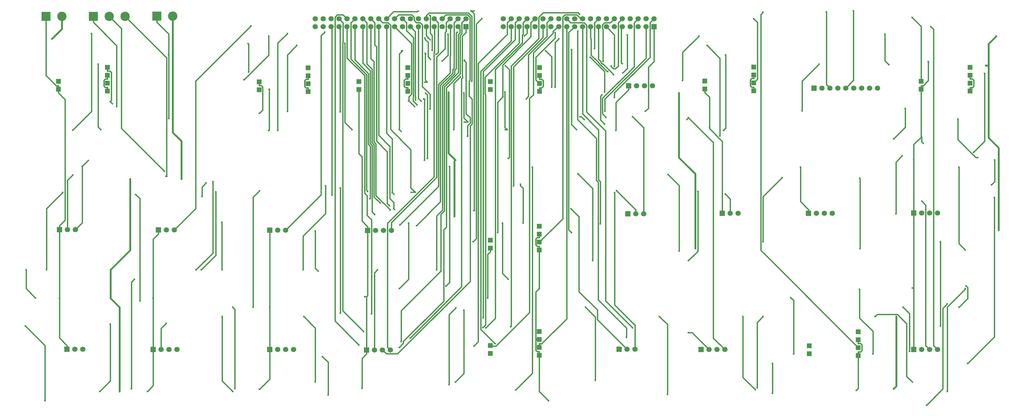
<source format=gbr>
%TF.GenerationSoftware,KiCad,Pcbnew,9.0.2*%
%TF.CreationDate,2025-07-01T18:23:21+02:00*%
%TF.ProjectId,lights,6c696768-7473-42e6-9b69-6361645f7063,rev?*%
%TF.SameCoordinates,Original*%
%TF.FileFunction,Copper,L2,Bot*%
%TF.FilePolarity,Positive*%
%FSLAX46Y46*%
G04 Gerber Fmt 4.6, Leading zero omitted, Abs format (unit mm)*
G04 Created by KiCad (PCBNEW 9.0.2) date 2025-07-01 18:23:21*
%MOMM*%
%LPD*%
G01*
G04 APERTURE LIST*
%TA.AperFunction,ComponentPad*%
%ADD10R,3.000000X3.000000*%
%TD*%
%TA.AperFunction,ComponentPad*%
%ADD11C,3.000000*%
%TD*%
%TA.AperFunction,ComponentPad*%
%ADD12R,1.700000X1.700000*%
%TD*%
%TA.AperFunction,ComponentPad*%
%ADD13C,1.700000*%
%TD*%
%TA.AperFunction,ComponentPad*%
%ADD14R,1.500000X1.500000*%
%TD*%
%TA.AperFunction,ViaPad*%
%ADD15C,0.600000*%
%TD*%
%TA.AperFunction,Conductor*%
%ADD16C,0.400000*%
%TD*%
%TA.AperFunction,Conductor*%
%ADD17C,0.600000*%
%TD*%
G04 APERTURE END LIST*
D10*
%TO.P,J22,1,Pin_1*%
%TO.N,GND*%
X93575000Y-82250000D03*
D11*
%TO.P,J22,2,Pin_2*%
%TO.N,+12V*%
X98655000Y-82250000D03*
%TD*%
D12*
%TO.P,J5,1,Pin_1*%
%TO.N,GND*%
X64760000Y-189100000D03*
D13*
%TO.P,J5,2,Pin_2*%
%TO.N,Net-(J1-Pin_34)*%
X67300000Y-189100000D03*
%TO.P,J5,3,Pin_3*%
%TO.N,Net-(J1-Pin_35)*%
X69840000Y-189100000D03*
%TD*%
D14*
%TO.P,KR3,1,+5V_TOP_LED*%
%TO.N,Net-(J1-Pin_4)*%
X142000000Y-98800000D03*
%TO.P,KR3,2,GND_TOP_LED*%
%TO.N,GND*%
X142000000Y-101340000D03*
%TO.P,KR3,3,+5V_BOTTOM_LED*%
%TO.N,Net-(J1-Pin_5)*%
X142000000Y-103880000D03*
%TO.P,KR3,4,GND_BOTTOM_LED*%
%TO.N,GND*%
X142000000Y-106420000D03*
%TO.P,KR3,5,SW_IN*%
%TO.N,Net-(J1-Pin_6)*%
X126300000Y-103300000D03*
%TO.P,KR3,6,SW_OUT*%
%TO.N,GND*%
X126300000Y-105840000D03*
%TD*%
D12*
%TO.P,J15,1,Pin_1*%
%TO.N,GND*%
X241500000Y-189100000D03*
D13*
%TO.P,J15,2,Pin_2*%
%TO.N,Net-(J10-Pin_23)*%
X244040000Y-189100000D03*
%TO.P,J15,3,Pin_3*%
%TO.N,Net-(J10-Pin_24)*%
X246580000Y-189100000D03*
%TD*%
D12*
%TO.P,J6,1,Pin_1*%
%TO.N,GND*%
X92360000Y-189200000D03*
D13*
%TO.P,J6,2,Pin_2*%
%TO.N,Net-(J1-Pin_36)*%
X94900000Y-189200000D03*
%TO.P,J6,3,Pin_3*%
%TO.N,Net-(J1-Pin_37)*%
X97440000Y-189200000D03*
%TO.P,J6,4,Pin_4*%
%TO.N,Net-(J1-Pin_38)*%
X99980000Y-189200000D03*
%TD*%
D14*
%TO.P,KR9,1,+5V_TOP_LED*%
%TO.N,Net-(J1-Pin_13)*%
X284650000Y-98550000D03*
%TO.P,KR9,2,GND_TOP_LED*%
%TO.N,GND*%
X284650000Y-101090000D03*
%TO.P,KR9,3,+5V_BOTTOM_LED*%
%TO.N,Net-(J1-Pin_14)*%
X284650000Y-103630000D03*
%TO.P,KR9,4,GND_BOTTOM_LED*%
%TO.N,GND*%
X284650000Y-106170000D03*
%TO.P,KR9,5,SW_IN*%
%TO.N,Net-(J1-Pin_15)*%
X268950000Y-103050000D03*
%TO.P,KR9,6,SW_OUT*%
%TO.N,GND*%
X268950000Y-105590000D03*
%TD*%
%TO.P,KR2,1,+5V_TOP_LED*%
%TO.N,Net-(J1-Pin_16)*%
X353900000Y-98660000D03*
%TO.P,KR2,2,GND_TOP_LED*%
%TO.N,GND*%
X353900000Y-101200000D03*
%TO.P,KR2,3,+5V_BOTTOM_LED*%
%TO.N,Net-(J1-Pin_17)*%
X353900000Y-103740000D03*
%TO.P,KR2,4,GND_BOTTOM_LED*%
%TO.N,GND*%
X353900000Y-106280000D03*
%TO.P,KR2,5,SW_IN*%
%TO.N,Net-(J1-Pin_18)*%
X338200000Y-103160000D03*
%TO.P,KR2,6,SW_OUT*%
%TO.N,GND*%
X338200000Y-105700000D03*
%TD*%
D12*
%TO.P,J2,1,Pin_1*%
%TO.N,GND*%
X62360000Y-150700000D03*
D13*
%TO.P,J2,2,Pin_2*%
%TO.N,Net-(J1-Pin_29)*%
X64900000Y-150700000D03*
%TO.P,J2,3,Pin_3*%
%TO.N,Net-(J1-Pin_28)*%
X67440000Y-150700000D03*
%TD*%
D12*
%TO.P,J13,1,Pin_1*%
%TO.N,GND*%
X303940000Y-105300000D03*
D13*
%TO.P,J13,2,Pin_2*%
%TO.N,Net-(J10-Pin_13)*%
X306480000Y-105300000D03*
%TO.P,J13,3,Pin_3*%
%TO.N,Net-(J10-Pin_14)*%
X309020000Y-105300000D03*
%TO.P,J13,4,Pin_4*%
%TO.N,Net-(J10-Pin_15)*%
X311560000Y-105300000D03*
%TO.P,J13,5,Pin_5*%
%TO.N,Net-(J10-Pin_16)*%
X314100000Y-105300000D03*
%TO.P,J13,6,Pin_6*%
%TO.N,Net-(J10-Pin_17)*%
X316640000Y-105300000D03*
%TO.P,J13,7,Pin_7*%
%TO.N,Net-(J10-Pin_18)*%
X319180000Y-105300000D03*
%TO.P,J13,8,Pin_8*%
%TO.N,Net-(J10-Pin_19)*%
X321720000Y-105300000D03*
%TO.P,J13,9,Pin_9*%
%TO.N,Net-(J10-Pin_20)*%
X324260000Y-105300000D03*
%TD*%
D14*
%TO.P,KR6,1,+5V_TOP_LED*%
%TO.N,Net-(J1-Pin_22)*%
X216000000Y-183400000D03*
%TO.P,KR6,2,GND_TOP_LED*%
%TO.N,GND*%
X216000000Y-185940000D03*
%TO.P,KR6,3,+5V_BOTTOM_LED*%
%TO.N,Net-(J1-Pin_23)*%
X216000000Y-188480000D03*
%TO.P,KR6,4,GND_BOTTOM_LED*%
%TO.N,GND*%
X216000000Y-191020000D03*
%TO.P,KR6,5,SW_IN*%
%TO.N,Net-(J1-Pin_25)*%
X200300000Y-187900000D03*
%TO.P,KR6,6,SW_OUT*%
%TO.N,GND*%
X200300000Y-190440000D03*
%TD*%
D12*
%TO.P,J17,1,Pin_1*%
%TO.N,GND*%
X335890000Y-145400000D03*
D13*
%TO.P,J17,2,Pin_2*%
%TO.N,Net-(J10-Pin_28)*%
X338430000Y-145400000D03*
%TO.P,J17,3,Pin_3*%
%TO.N,Net-(J10-Pin_29)*%
X340970000Y-145400000D03*
%TO.P,J17,4,Pin_4*%
%TO.N,Net-(J10-Pin_30)*%
X343510000Y-145400000D03*
%TD*%
D12*
%TO.P,J11,1,Pin_1*%
%TO.N,Net-(J11-Pin_1)*%
X244300000Y-145600000D03*
D13*
%TO.P,J11,2,Pin_2*%
%TO.N,Net-(J11-Pin_2)*%
X246840000Y-145600000D03*
%TO.P,J11,3,Pin_3*%
%TO.N,Net-(J11-Pin_3)*%
X249380000Y-145600000D03*
%TD*%
D14*
%TO.P,KR7,1,+5V_TOP_LED*%
%TO.N,Net-(J1-Pin_10)*%
X216050000Y-98750000D03*
%TO.P,KR7,2,GND_TOP_LED*%
%TO.N,GND*%
X216050000Y-101290000D03*
%TO.P,KR7,3,+5V_BOTTOM_LED*%
%TO.N,Net-(J1-Pin_11)*%
X216050000Y-103830000D03*
%TO.P,KR7,4,GND_BOTTOM_LED*%
%TO.N,GND*%
X216050000Y-106370000D03*
%TO.P,KR7,5,SW_IN*%
%TO.N,Net-(J1-Pin_12)*%
X200350000Y-103250000D03*
%TO.P,KR7,6,SW_OUT*%
%TO.N,GND*%
X200350000Y-105790000D03*
%TD*%
%TO.P,KR8,1,+5V_TOP_LED*%
%TO.N,Net-(J1-Pin_24)*%
X318100000Y-183480000D03*
%TO.P,KR8,2,GND_TOP_LED*%
%TO.N,GND*%
X318100000Y-186020000D03*
%TO.P,KR8,3,+5V_BOTTOM_LED*%
%TO.N,Net-(J1-Pin_26)*%
X318100000Y-188560000D03*
%TO.P,KR8,4,GND_BOTTOM_LED*%
%TO.N,GND*%
X318100000Y-191100000D03*
%TO.P,KR8,5,SW_IN*%
%TO.N,Net-(J1-Pin_27)*%
X302400000Y-187980000D03*
%TO.P,KR8,6,SW_OUT*%
%TO.N,GND*%
X302400000Y-190520000D03*
%TD*%
D12*
%TO.P,J18,1,Pin_1*%
%TO.N,GND*%
X267760000Y-189200000D03*
D13*
%TO.P,J18,2,Pin_2*%
%TO.N,Net-(J10-Pin_31)*%
X270300000Y-189200000D03*
%TO.P,J18,3,Pin_3*%
%TO.N,Net-(J10-Pin_32)*%
X272840000Y-189200000D03*
%TO.P,J18,4,Pin_4*%
%TO.N,Net-(J10-Pin_33)*%
X275380000Y-189200000D03*
%TD*%
D12*
%TO.P,J16,1,Pin_1*%
%TO.N,GND*%
X302160000Y-145500000D03*
D13*
%TO.P,J16,2,Pin_2*%
%TO.N,Net-(J10-Pin_25)*%
X304700000Y-145500000D03*
%TO.P,J16,3,Pin_3*%
%TO.N,Net-(J10-Pin_26)*%
X307240000Y-145500000D03*
%TO.P,J16,4,Pin_4*%
%TO.N,Net-(J10-Pin_27)*%
X309780000Y-145500000D03*
%TD*%
D12*
%TO.P,J12,1,Pin_1*%
%TO.N,GND*%
X244560000Y-104600000D03*
D13*
%TO.P,J12,2,Pin_2*%
%TO.N,Net-(J10-Pin_10)*%
X247100000Y-104600000D03*
%TO.P,J12,3,Pin_3*%
%TO.N,Net-(J10-Pin_11)*%
X249640000Y-104600000D03*
%TO.P,J12,4,Pin_4*%
%TO.N,Net-(J10-Pin_12)*%
X252180000Y-104600000D03*
%TD*%
D12*
%TO.P,J8,1,Pin_1*%
%TO.N,GND*%
X161060000Y-151000000D03*
D13*
%TO.P,J8,2,Pin_2*%
%TO.N,Net-(J10-Pin_4)*%
X163600000Y-151000000D03*
%TO.P,J8,3,Pin_3*%
%TO.N,Net-(J10-Pin_5)*%
X166140000Y-151000000D03*
%TO.P,J8,4,Pin_4*%
%TO.N,Net-(J10-Pin_6)*%
X168680000Y-151000000D03*
%TD*%
D14*
%TO.P,KR4,1,+5V_TOP_LED*%
%TO.N,Net-(J1-Pin_19)*%
X216000000Y-149600000D03*
%TO.P,KR4,2,GND_TOP_LED*%
%TO.N,GND*%
X216000000Y-152140000D03*
%TO.P,KR4,3,+5V_BOTTOM_LED*%
%TO.N,Net-(J1-Pin_20)*%
X216000000Y-154680000D03*
%TO.P,KR4,4,GND_BOTTOM_LED*%
%TO.N,GND*%
X216000000Y-157220000D03*
%TO.P,KR4,5,SW_IN*%
%TO.N,Net-(J1-Pin_21)*%
X200300000Y-154100000D03*
%TO.P,KR4,6,SW_OUT*%
%TO.N,GND*%
X200300000Y-156640000D03*
%TD*%
D12*
%TO.P,J9,1,Pin_1*%
%TO.N,GND*%
X160690000Y-189300000D03*
D13*
%TO.P,J9,2,Pin_2*%
%TO.N,Net-(J10-Pin_7)*%
X163230000Y-189300000D03*
%TO.P,J9,3,Pin_3*%
%TO.N,Net-(J10-Pin_8)*%
X165770000Y-189300000D03*
%TO.P,J9,4,Pin_4*%
%TO.N,Net-(J10-Pin_9)*%
X168310000Y-189300000D03*
%TD*%
D12*
%TO.P,J14,1,Pin_1*%
%TO.N,GND*%
X274560000Y-145500000D03*
D13*
%TO.P,J14,2,Pin_2*%
%TO.N,Net-(J10-Pin_21)*%
X277100000Y-145500000D03*
%TO.P,J14,3,Pin_3*%
%TO.N,Net-(J10-Pin_22)*%
X279640000Y-145500000D03*
%TD*%
D12*
%TO.P,J19,1,Pin_1*%
%TO.N,GND*%
X335890000Y-189200000D03*
D13*
%TO.P,J19,2,Pin_2*%
%TO.N,Net-(J10-Pin_34)*%
X338430000Y-189200000D03*
%TO.P,J19,3,Pin_3*%
%TO.N,Net-(J10-Pin_35)*%
X340970000Y-189200000D03*
%TO.P,J19,4,Pin_4*%
%TO.N,Net-(J10-Pin_36)*%
X343510000Y-189200000D03*
%TD*%
D12*
%TO.P,J4,1,Pin_1*%
%TO.N,GND*%
X129660000Y-150900000D03*
D13*
%TO.P,J4,2,Pin_2*%
%TO.N,Net-(J1-Pin_32)*%
X132200000Y-150900000D03*
%TO.P,J4,3,Pin_3*%
%TO.N,Net-(J1-Pin_33)*%
X134740000Y-150900000D03*
%TD*%
D12*
%TO.P,J7,1,Pin_1*%
%TO.N,GND*%
X129690000Y-189200000D03*
D13*
%TO.P,J7,2,Pin_2*%
%TO.N,Net-(J10-Pin_1)*%
X132230000Y-189200000D03*
%TO.P,J7,3,Pin_3*%
%TO.N,Net-(J10-Pin_2)*%
X134770000Y-189200000D03*
%TO.P,J7,4,Pin_4*%
%TO.N,Net-(J10-Pin_3)*%
X137310000Y-189200000D03*
%TD*%
D14*
%TO.P,KR1,1,+5V_TOP_LED*%
%TO.N,Net-(J1-Pin_1)*%
X77750000Y-98650000D03*
%TO.P,KR1,2,GND_TOP_LED*%
%TO.N,GND*%
X77750000Y-101190000D03*
%TO.P,KR1,3,+5V_BOTTOM_LED*%
%TO.N,Net-(J1-Pin_2)*%
X77750000Y-103730000D03*
%TO.P,KR1,4,GND_BOTTOM_LED*%
%TO.N,GND*%
X77750000Y-106270000D03*
%TO.P,KR1,5,SW_IN*%
%TO.N,Net-(J1-Pin_3)*%
X62050000Y-103150000D03*
%TO.P,KR1,6,SW_OUT*%
%TO.N,GND*%
X62050000Y-105690000D03*
%TD*%
D12*
%TO.P,J3,1,Pin_1*%
%TO.N,GND*%
X94060000Y-150800000D03*
D13*
%TO.P,J3,2,Pin_2*%
%TO.N,Net-(J1-Pin_30)*%
X96600000Y-150800000D03*
%TO.P,J3,3,Pin_3*%
%TO.N,Net-(J1-Pin_31)*%
X99140000Y-150800000D03*
%TD*%
D14*
%TO.P,KR5,1,+5V_TOP_LED*%
%TO.N,Net-(J1-Pin_7)*%
X173900000Y-98700000D03*
%TO.P,KR5,2,GND_TOP_LED*%
%TO.N,GND*%
X173900000Y-101240000D03*
%TO.P,KR5,3,+5V_BOTTOM_LED*%
%TO.N,Net-(J1-Pin_8)*%
X173900000Y-103780000D03*
%TO.P,KR5,4,GND_BOTTOM_LED*%
%TO.N,GND*%
X173900000Y-106320000D03*
%TO.P,KR5,5,SW_IN*%
%TO.N,Net-(J1-Pin_9)*%
X158200000Y-103200000D03*
%TO.P,KR5,6,SW_OUT*%
%TO.N,GND*%
X158200000Y-105740000D03*
%TD*%
D10*
%TO.P,J20,1,Pin_1*%
%TO.N,Net-(J11-Pin_3)*%
X73200000Y-82300000D03*
D11*
%TO.P,J20,2,Pin_2*%
%TO.N,Net-(J11-Pin_2)*%
X78280000Y-82300000D03*
%TO.P,J20,3,Pin_3*%
%TO.N,Net-(J11-Pin_1)*%
X83360000Y-82300000D03*
%TD*%
D12*
%TO.P,J1,1,Pin_1*%
%TO.N,Net-(J1-Pin_1)*%
X252680000Y-85600000D03*
D13*
%TO.P,J1,2,Pin_2*%
%TO.N,Net-(J1-Pin_2)*%
X252680000Y-83060000D03*
%TO.P,J1,3,Pin_3*%
%TO.N,Net-(J1-Pin_3)*%
X250140000Y-85600000D03*
%TO.P,J1,4,Pin_4*%
%TO.N,Net-(J1-Pin_4)*%
X250140000Y-83060000D03*
%TO.P,J1,5,Pin_5*%
%TO.N,Net-(J1-Pin_5)*%
X247600000Y-85600000D03*
%TO.P,J1,6,Pin_6*%
%TO.N,Net-(J1-Pin_6)*%
X247600000Y-83060000D03*
%TO.P,J1,7,Pin_7*%
%TO.N,Net-(J1-Pin_7)*%
X245060000Y-85600000D03*
%TO.P,J1,8,Pin_8*%
%TO.N,Net-(J1-Pin_8)*%
X245060000Y-83060000D03*
%TO.P,J1,9,Pin_9*%
%TO.N,Net-(J1-Pin_9)*%
X242520000Y-85600000D03*
%TO.P,J1,10,Pin_10*%
%TO.N,Net-(J1-Pin_10)*%
X242520000Y-83060000D03*
%TO.P,J1,11,Pin_11*%
%TO.N,Net-(J1-Pin_11)*%
X239980000Y-85600000D03*
%TO.P,J1,12,Pin_12*%
%TO.N,Net-(J1-Pin_12)*%
X239980000Y-83060000D03*
%TO.P,J1,13,Pin_13*%
%TO.N,Net-(J1-Pin_13)*%
X237440000Y-85600000D03*
%TO.P,J1,14,Pin_14*%
%TO.N,Net-(J1-Pin_14)*%
X237440000Y-83060000D03*
%TO.P,J1,15,Pin_15*%
%TO.N,Net-(J1-Pin_15)*%
X234900000Y-85600000D03*
%TO.P,J1,16,Pin_16*%
%TO.N,Net-(J1-Pin_16)*%
X234900000Y-83060000D03*
%TO.P,J1,17,Pin_17*%
%TO.N,Net-(J1-Pin_17)*%
X232360000Y-85600000D03*
%TO.P,J1,18,Pin_18*%
%TO.N,Net-(J1-Pin_18)*%
X232360000Y-83060000D03*
%TO.P,J1,19,Pin_19*%
%TO.N,Net-(J1-Pin_19)*%
X229820000Y-85600000D03*
%TO.P,J1,20,Pin_20*%
%TO.N,Net-(J1-Pin_20)*%
X229820000Y-83060000D03*
%TO.P,J1,21,Pin_21*%
%TO.N,Net-(J1-Pin_21)*%
X227280000Y-85600000D03*
%TO.P,J1,22,Pin_22*%
%TO.N,Net-(J1-Pin_22)*%
X227280000Y-83060000D03*
%TO.P,J1,23,Pin_23*%
%TO.N,Net-(J1-Pin_23)*%
X224740000Y-85600000D03*
%TO.P,J1,24,Pin_24*%
%TO.N,Net-(J1-Pin_24)*%
X224740000Y-83060000D03*
%TO.P,J1,25,Pin_25*%
%TO.N,Net-(J1-Pin_25)*%
X222200000Y-85600000D03*
%TO.P,J1,26,Pin_26*%
%TO.N,Net-(J1-Pin_26)*%
X222200000Y-83060000D03*
%TO.P,J1,27,Pin_27*%
%TO.N,Net-(J1-Pin_27)*%
X219660000Y-85600000D03*
%TO.P,J1,28,Pin_28*%
%TO.N,Net-(J1-Pin_28)*%
X219660000Y-83060000D03*
%TO.P,J1,29,Pin_29*%
%TO.N,Net-(J1-Pin_29)*%
X217120000Y-85600000D03*
%TO.P,J1,30,Pin_30*%
%TO.N,Net-(J1-Pin_30)*%
X217120000Y-83060000D03*
%TO.P,J1,31,Pin_31*%
%TO.N,Net-(J1-Pin_31)*%
X214580000Y-85600000D03*
%TO.P,J1,32,Pin_32*%
%TO.N,Net-(J1-Pin_32)*%
X214580000Y-83060000D03*
%TO.P,J1,33,Pin_33*%
%TO.N,Net-(J1-Pin_33)*%
X212040000Y-85600000D03*
%TO.P,J1,34,Pin_34*%
%TO.N,Net-(J1-Pin_34)*%
X212040000Y-83060000D03*
%TO.P,J1,35,Pin_35*%
%TO.N,Net-(J1-Pin_35)*%
X209500000Y-85600000D03*
%TO.P,J1,36,Pin_36*%
%TO.N,Net-(J1-Pin_36)*%
X209500000Y-83060000D03*
%TO.P,J1,37,Pin_37*%
%TO.N,Net-(J1-Pin_37)*%
X206960000Y-85600000D03*
%TO.P,J1,38,Pin_38*%
%TO.N,Net-(J1-Pin_38)*%
X206960000Y-83060000D03*
%TO.P,J1,39,Pin_39*%
%TO.N,unconnected-(J1-Pin_39-Pad39)*%
X204420000Y-85600000D03*
%TO.P,J1,40,Pin_40*%
%TO.N,unconnected-(J1-Pin_40-Pad40)*%
X204420000Y-83060000D03*
%TD*%
D12*
%TO.P,J10,1,Pin_1*%
%TO.N,Net-(J10-Pin_1)*%
X192480000Y-85600000D03*
D13*
%TO.P,J10,2,Pin_2*%
%TO.N,Net-(J10-Pin_2)*%
X192480000Y-83060000D03*
%TO.P,J10,3,Pin_3*%
%TO.N,Net-(J10-Pin_3)*%
X189940000Y-85600000D03*
%TO.P,J10,4,Pin_4*%
%TO.N,Net-(J10-Pin_4)*%
X189940000Y-83060000D03*
%TO.P,J10,5,Pin_5*%
%TO.N,Net-(J10-Pin_5)*%
X187400000Y-85600000D03*
%TO.P,J10,6,Pin_6*%
%TO.N,Net-(J10-Pin_6)*%
X187400000Y-83060000D03*
%TO.P,J10,7,Pin_7*%
%TO.N,Net-(J10-Pin_7)*%
X184860000Y-85600000D03*
%TO.P,J10,8,Pin_8*%
%TO.N,Net-(J10-Pin_8)*%
X184860000Y-83060000D03*
%TO.P,J10,9,Pin_9*%
%TO.N,Net-(J10-Pin_9)*%
X182320000Y-85600000D03*
%TO.P,J10,10,Pin_10*%
%TO.N,Net-(J10-Pin_10)*%
X182320000Y-83060000D03*
%TO.P,J10,11,Pin_11*%
%TO.N,Net-(J10-Pin_11)*%
X179780000Y-85600000D03*
%TO.P,J10,12,Pin_12*%
%TO.N,Net-(J10-Pin_12)*%
X179780000Y-83060000D03*
%TO.P,J10,13,Pin_13*%
%TO.N,Net-(J10-Pin_13)*%
X177240000Y-85600000D03*
%TO.P,J10,14,Pin_14*%
%TO.N,Net-(J10-Pin_14)*%
X177240000Y-83060000D03*
%TO.P,J10,15,Pin_15*%
%TO.N,Net-(J10-Pin_15)*%
X174700000Y-85600000D03*
%TO.P,J10,16,Pin_16*%
%TO.N,Net-(J10-Pin_16)*%
X174700000Y-83060000D03*
%TO.P,J10,17,Pin_17*%
%TO.N,Net-(J10-Pin_17)*%
X172160000Y-85600000D03*
%TO.P,J10,18,Pin_18*%
%TO.N,Net-(J10-Pin_18)*%
X172160000Y-83060000D03*
%TO.P,J10,19,Pin_19*%
%TO.N,Net-(J10-Pin_19)*%
X169620000Y-85600000D03*
%TO.P,J10,20,Pin_20*%
%TO.N,Net-(J10-Pin_20)*%
X169620000Y-83060000D03*
%TO.P,J10,21,Pin_21*%
%TO.N,Net-(J10-Pin_21)*%
X167080000Y-85600000D03*
%TO.P,J10,22,Pin_22*%
%TO.N,Net-(J10-Pin_22)*%
X167080000Y-83060000D03*
%TO.P,J10,23,Pin_23*%
%TO.N,Net-(J10-Pin_23)*%
X164540000Y-85600000D03*
%TO.P,J10,24,Pin_24*%
%TO.N,Net-(J10-Pin_24)*%
X164540000Y-83060000D03*
%TO.P,J10,25,Pin_25*%
%TO.N,Net-(J10-Pin_25)*%
X162000000Y-85600000D03*
%TO.P,J10,26,Pin_26*%
%TO.N,Net-(J10-Pin_26)*%
X162000000Y-83060000D03*
%TO.P,J10,27,Pin_27*%
%TO.N,Net-(J10-Pin_27)*%
X159460000Y-85600000D03*
%TO.P,J10,28,Pin_28*%
%TO.N,Net-(J10-Pin_28)*%
X159460000Y-83060000D03*
%TO.P,J10,29,Pin_29*%
%TO.N,Net-(J10-Pin_29)*%
X156920000Y-85600000D03*
%TO.P,J10,30,Pin_30*%
%TO.N,Net-(J10-Pin_30)*%
X156920000Y-83060000D03*
%TO.P,J10,31,Pin_31*%
%TO.N,Net-(J10-Pin_31)*%
X154380000Y-85600000D03*
%TO.P,J10,32,Pin_32*%
%TO.N,Net-(J10-Pin_32)*%
X154380000Y-83060000D03*
%TO.P,J10,33,Pin_33*%
%TO.N,Net-(J10-Pin_33)*%
X151840000Y-85600000D03*
%TO.P,J10,34,Pin_34*%
%TO.N,Net-(J10-Pin_34)*%
X151840000Y-83060000D03*
%TO.P,J10,35,Pin_35*%
%TO.N,Net-(J10-Pin_35)*%
X149300000Y-85600000D03*
%TO.P,J10,36,Pin_36*%
%TO.N,Net-(J10-Pin_36)*%
X149300000Y-83060000D03*
%TO.P,J10,37,Pin_37*%
%TO.N,unconnected-(J10-Pin_37-Pad37)*%
X146760000Y-85600000D03*
%TO.P,J10,38,Pin_38*%
%TO.N,unconnected-(J10-Pin_38-Pad38)*%
X146760000Y-83060000D03*
%TO.P,J10,39,Pin_39*%
%TO.N,unconnected-(J10-Pin_39-Pad39)*%
X144220000Y-85600000D03*
%TO.P,J10,40,Pin_40*%
%TO.N,unconnected-(J10-Pin_40-Pad40)*%
X144220000Y-83060000D03*
%TD*%
D10*
%TO.P,J21,1,Pin_1*%
%TO.N,GND*%
X58060000Y-82300000D03*
D11*
%TO.P,J21,2,Pin_2*%
%TO.N,+12V*%
X63140000Y-82300000D03*
%TD*%
D15*
%TO.N,Net-(D116-K)*%
X360755200Y-136341100D03*
X361774100Y-128402800D03*
%TO.N,Net-(D115-K)*%
X361675800Y-140388000D03*
X353125900Y-193606000D03*
%TO.N,Net-(D113-K)*%
X352647900Y-168791000D03*
X350349300Y-175612600D03*
%TO.N,Net-(D112-K)*%
X352385400Y-169616000D03*
X346639700Y-202602700D03*
%TO.N,Net-(D111-K)*%
X335418300Y-199603800D03*
X323473500Y-178611500D03*
%TO.N,Net-(D110-K)*%
X322794900Y-190607100D03*
X318507400Y-169886700D03*
%TO.N,Net-(D109-K)*%
X334482600Y-189725000D03*
X332432100Y-175612600D03*
%TO.N,Net-(D108-K)*%
X339975500Y-207016800D03*
X346592000Y-174550300D03*
%TO.N,Net-(D106-K)*%
X290625300Y-193606000D03*
X290625300Y-203237200D03*
%TO.N,Net-(D105-K)*%
X297426000Y-190607100D03*
X296513600Y-172529600D03*
%TO.N,Net-(D104-K)*%
X285148300Y-202062700D03*
X281186500Y-178611500D03*
%TO.N,Net-(D103-K)*%
X285721800Y-201470500D03*
X287639100Y-178611500D03*
%TO.N,Net-(D102-K)*%
X256995300Y-203576500D03*
X254448600Y-178611500D03*
%TO.N,Net-(D100-K)*%
X233887500Y-199076600D03*
X230758800Y-175612600D03*
%TO.N,Net-(D100-A)*%
X344376900Y-154620300D03*
X344376900Y-181610400D03*
%TO.N,Net-(D96-K)*%
X332169200Y-127035600D03*
X330195100Y-145623600D03*
%TO.N,Net-(D94-K)*%
X318647100Y-156834300D03*
X318552100Y-134247200D03*
%TO.N,Net-(D93-K)*%
X293722600Y-134062800D03*
X287639100Y-154620300D03*
%TO.N,Net-(D91-K)*%
X266735700Y-138456500D03*
X263749500Y-160618100D03*
%TO.N,Net-(D90-K)*%
X257191700Y-132993600D03*
X260799500Y-157583100D03*
%TO.N,Net-(D88-K)*%
X233054800Y-160618100D03*
X228354100Y-132777400D03*
%TO.N,Net-(D87-K)*%
X208457400Y-202076000D03*
X213755700Y-130629100D03*
%TO.N,Net-(D85-K)*%
X204191100Y-148622500D03*
X206055900Y-166615900D03*
%TO.N,Net-(D84-K)*%
X209997900Y-136199400D03*
X210826100Y-148622500D03*
%TO.N,Net-(D83-K)*%
X189094500Y-199603800D03*
X191841300Y-176556200D03*
%TO.N,Net-(D82-K)*%
X187081300Y-200453500D03*
X189288800Y-175806900D03*
%TO.N,Net-(D81-K)*%
X186108300Y-168832100D03*
X187282600Y-130524700D03*
%TO.N,Net-(D79-K)*%
X148386800Y-203757100D03*
X146552000Y-191426500D03*
%TO.N,Net-(D77-K)*%
X114439500Y-178611500D03*
X117840000Y-202602700D03*
%TO.N,Net-(D76-K)*%
X118479400Y-201703000D03*
X117840000Y-175612600D03*
%TO.N,Net-(D74-K)*%
X75267600Y-202602700D03*
X78605100Y-181018700D03*
%TO.N,Net-(D72-K)*%
X57701700Y-205601600D03*
X51442800Y-181610400D03*
%TO.N,Net-(D70-K)*%
X144301500Y-199603800D03*
X140615800Y-178611500D03*
%TO.N,Net-(D68-K)*%
X171177300Y-169614800D03*
X174163500Y-148622500D03*
%TO.N,Net-(D67-K)*%
X152305200Y-137319200D03*
X152323200Y-177456000D03*
%TO.N,Net-(D66-K)*%
X147556400Y-136626900D03*
X140365800Y-163617000D03*
%TO.N,Net-(D65-K)*%
X144301500Y-151154200D03*
X145227900Y-163972200D03*
%TO.N,Net-(D64-K)*%
X124371100Y-175612600D03*
X126384300Y-138270400D03*
%TO.N,Net-(D63-K)*%
X112458300Y-138614500D03*
X107791700Y-163617000D03*
%TO.N,Net-(D62-K)*%
X114412700Y-148362700D03*
X114439500Y-163617000D03*
%TO.N,Net-(D61-K)*%
X86316200Y-166615900D03*
X85383400Y-201763600D03*
%TO.N,Net-(D60-K)*%
X106115100Y-163617000D03*
X111453300Y-135345900D03*
%TO.N,Net-(D59-K)*%
X108008200Y-140122500D03*
X109323300Y-135764400D03*
%TO.N,Net-(D58-K)*%
X86761700Y-139423200D03*
X88100000Y-173592200D03*
%TO.N,Net-(D55-K)*%
X54715500Y-172613700D03*
X51729300Y-163617000D03*
%TO.N,Net-(D54-K)*%
X63440500Y-138760100D03*
X58278000Y-163617000D03*
%TO.N,Net-(J1-Pin_2)*%
X240057700Y-108264400D03*
%TO.N,Net-(J1-Pin_1)*%
X78605100Y-109636800D03*
X249940900Y-112717400D03*
%TO.N,Net-(J1-Pin_3)*%
X236944500Y-112717400D03*
%TO.N,Net-(J11-Pin_3)*%
X80688100Y-111281500D03*
X245832300Y-114472500D03*
%TO.N,Net-(J11-Pin_2)*%
X95962800Y-131985600D03*
X240756100Y-138307500D03*
%TO.N,Net-(J11-Pin_1)*%
X96522300Y-133628000D03*
%TO.N,Net-(J10-Pin_33)*%
X152215400Y-112898100D03*
X228974500Y-114522500D03*
X230311300Y-115368300D03*
X263749500Y-114802200D03*
%TO.N,Net-(J10-Pin_17)*%
X244189200Y-88224400D03*
X242757700Y-100391100D03*
%TO.N,Net-(J10-Pin_36)*%
X341390700Y-85645600D03*
%TO.N,Net-(J10-Pin_13)*%
X178089700Y-109459600D03*
%TO.N,Net-(J10-Pin_22)*%
X194130000Y-80495500D03*
X195063100Y-144660800D03*
X176929800Y-80820800D03*
%TO.N,Net-(J10-Pin_30)*%
X161062300Y-138469700D03*
%TO.N,Net-(J10-Pin_16)*%
X316596400Y-80566000D03*
%TO.N,Net-(J10-Pin_19)*%
X174143100Y-109408700D03*
%TO.N,Net-(J10-Pin_27)*%
X163349000Y-145903500D03*
%TO.N,Net-(J10-Pin_5)*%
X171375200Y-149181300D03*
%TO.N,Net-(J10-Pin_31)*%
X263749500Y-183773800D03*
X162300900Y-177740600D03*
%TO.N,Net-(J10-Pin_12)*%
X194414600Y-103144200D03*
%TO.N,Net-(J10-Pin_1)*%
X174628200Y-185521000D03*
%TO.N,Net-(J10-Pin_4)*%
X176647600Y-149472200D03*
%TO.N,Net-(J10-Pin_29)*%
X161746600Y-140807200D03*
%TO.N,Net-(J10-Pin_24)*%
X176226400Y-138701500D03*
X240080100Y-138853100D03*
%TO.N,Net-(J10-Pin_32)*%
X158225400Y-187711300D03*
%TO.N,Net-(J10-Pin_2)*%
X171177300Y-188457900D03*
%TO.N,Net-(J10-Pin_3)*%
X171789000Y-186639700D03*
%TO.N,Net-(J10-Pin_25)*%
X168191100Y-144422900D03*
%TO.N,Net-(J10-Pin_34)*%
X159720900Y-183429900D03*
%TO.N,Net-(J10-Pin_18)*%
X176882100Y-110689700D03*
%TO.N,Net-(J10-Pin_11)*%
X221054800Y-104969200D03*
X222274900Y-89471800D03*
X180479400Y-89220500D03*
%TO.N,Net-(J10-Pin_28)*%
X165084100Y-142202100D03*
%TO.N,Net-(J10-Pin_7)*%
X183122100Y-163617000D03*
X164191000Y-163617000D03*
X189687900Y-87381800D03*
%TO.N,Net-(J10-Pin_20)*%
X180982500Y-112015600D03*
%TO.N,Net-(J10-Pin_15)*%
X176342800Y-109131900D03*
%TO.N,Net-(J10-Pin_26)*%
X167914500Y-142967900D03*
%TO.N,Net-(J10-Pin_35)*%
X149575400Y-139625800D03*
X338470500Y-141597800D03*
%TO.N,Net-(J10-Pin_21)*%
X168899400Y-138745900D03*
X275561000Y-139331900D03*
%TO.N,Net-(J10-Pin_10)*%
X182991400Y-94482100D03*
X219946100Y-104999800D03*
X217986100Y-93316100D03*
%TO.N,Net-(J10-Pin_14)*%
X307909700Y-80907600D03*
%TO.N,Net-(J10-Pin_23)*%
X226094400Y-144015100D03*
X169392000Y-144019200D03*
%TO.N,Net-(J1-Pin_38)*%
X195066900Y-188028000D03*
%TO.N,Net-(J1-Pin_15)*%
X239800700Y-101056700D03*
%TO.N,Net-(J1-Pin_36)*%
X96522300Y-180760700D03*
X198003300Y-179025800D03*
%TO.N,Net-(J1-Pin_9)*%
X242571000Y-97493000D03*
%TO.N,Net-(J1-Pin_13)*%
X240053300Y-98409000D03*
%TO.N,Net-(J1-Pin_11)*%
X221079500Y-87462300D03*
%TO.N,Net-(J1-Pin_29)*%
X66660300Y-133153100D03*
X207766700Y-136708200D03*
%TO.N,Net-(J1-Pin_34)*%
X198899700Y-182193300D03*
%TO.N,Net-(J1-Pin_17)*%
X237897500Y-100016400D03*
%TO.N,Net-(J1-Pin_22)*%
X206793200Y-181853100D03*
X228851200Y-81616000D03*
%TO.N,Net-(J1-Pin_8)*%
X180922900Y-81971200D03*
X180034400Y-103370500D03*
X179492600Y-94142700D03*
X181678000Y-93180200D03*
%TO.N,Net-(J1-Pin_21)*%
X226316000Y-151621400D03*
%TO.N,Net-(J1-Pin_12)*%
X236394800Y-96822200D03*
%TO.N,Net-(J1-Pin_31)*%
X123687200Y-85356500D03*
%TO.N,Net-(J1-Pin_16)*%
X233679600Y-92634500D03*
%TO.N,Net-(J1-Pin_14)*%
X284652900Y-83069100D03*
%TO.N,Net-(J1-Pin_33)*%
X211229700Y-88576800D03*
X147287700Y-87369900D03*
%TO.N,Net-(J1-Pin_27)*%
X243904300Y-185237900D03*
X228340800Y-87078300D03*
%TO.N,Net-(J1-Pin_26)*%
X287639100Y-80973200D03*
%TO.N,Net-(J1-Pin_19)*%
X235561700Y-148861300D03*
%TO.N,Net-(J1-Pin_18)*%
X335380600Y-82684500D03*
%TO.N,Net-(J1-Pin_6)*%
X126384300Y-113418400D03*
X237302000Y-114722600D03*
%TO.N,Net-(J1-Pin_24)*%
X245832300Y-182178600D03*
%TO.N,Net-(J1-Pin_7)*%
X186770200Y-88002700D03*
X184927900Y-96617700D03*
%TO.N,Net-(J1-Pin_32)*%
X202663500Y-151621400D03*
%TO.N,Net-(J1-Pin_37)*%
X201791200Y-187317200D03*
%TO.N,Net-(J1-Pin_10)*%
X238968700Y-98267600D03*
%TO.N,Net-(J1-Pin_28)*%
X212535000Y-107981900D03*
X178998200Y-108785700D03*
X69646500Y-130409900D03*
X179239400Y-128422600D03*
%TO.N,GND*%
X97368900Y-94642300D03*
X62360000Y-172613700D03*
X317501100Y-202313600D03*
X90549900Y-202602700D03*
X270468000Y-117856200D03*
X126384300Y-201913600D03*
X240536800Y-118850400D03*
X160107600Y-172267900D03*
X129690000Y-175612600D03*
X199485900Y-172613700D03*
X159232500Y-201592100D03*
X92360000Y-172613700D03*
X338404500Y-121056000D03*
X215970300Y-169614800D03*
X338923000Y-123019500D03*
X218956500Y-205601600D03*
X335418300Y-169428300D03*
X159232500Y-127384700D03*
X335890000Y-128140400D03*
X340551500Y-96825900D03*
X97368900Y-115087200D03*
X299583900Y-130629100D03*
%TO.N,Net-(J1-Pin_30)*%
X197629200Y-82973600D03*
X194781000Y-154620300D03*
%TO.N,Net-(J1-Pin_35)*%
X197941400Y-182154600D03*
%TO.N,Net-(D52-K)*%
X352384200Y-157271900D03*
X350349300Y-130629100D03*
%TO.N,Net-(D51-K)*%
X349993100Y-115278500D03*
X356321700Y-127630200D03*
%TO.N,Net-(D49-K)*%
X358562100Y-100640100D03*
X355001400Y-125880500D03*
%TO.N,Net-(D44-K)*%
X327874600Y-97805300D03*
X326607000Y-87965200D03*
%TO.N,Net-(D42-K)*%
X329445900Y-121632400D03*
X333193200Y-111847700D03*
%TO.N,Net-(D39-K)*%
X305556300Y-97641200D03*
X300169100Y-112635700D03*
%TO.N,Net-(D35-K)*%
X269721900Y-91643400D03*
X273816000Y-120664600D03*
%TO.N,Net-(D34-K)*%
X274950100Y-118878300D03*
X275694300Y-94650200D03*
%TO.N,Net-(D32-K)*%
X261896700Y-102879700D03*
X267095000Y-88644500D03*
%TO.N,Net-(D30-K)*%
X236008800Y-107441000D03*
X236898200Y-116873200D03*
%TO.N,Net-(D29-K)*%
X232335800Y-95467800D03*
X236873700Y-106637900D03*
%TO.N,Net-(D28-K)*%
X191809600Y-106874900D03*
X193138700Y-116200800D03*
%TO.N,Net-(D27-K)*%
X205002500Y-106526000D03*
X205687700Y-118633500D03*
%TO.N,Net-(D26-K)*%
X227915100Y-118633500D03*
X226268500Y-92940500D03*
%TO.N,Net-(D25-K)*%
X206056700Y-127839800D03*
X205131500Y-98165300D03*
%TO.N,Net-(D24-K)*%
X188646200Y-118633500D03*
X190740600Y-101729500D03*
%TO.N,Net-(D23-K)*%
X193028300Y-120732700D03*
X191997100Y-96529500D03*
%TO.N,Net-(D22-K)*%
X179553500Y-106909600D03*
X180135900Y-127839800D03*
%TO.N,Net-(D21-K)*%
X180724800Y-95616400D03*
X179437500Y-89228600D03*
%TO.N,Net-(D20-K)*%
X172180100Y-93331900D03*
X171177300Y-118633500D03*
%TO.N,Net-(D17-K)*%
X153745000Y-90941100D03*
X156031300Y-118633500D03*
%TO.N,Net-(D16-K)*%
X132236500Y-118884600D03*
X135342900Y-87794800D03*
%TO.N,Net-(D13-K)*%
X129370500Y-118884600D03*
X129489100Y-105679200D03*
%TO.N,Net-(D12-K)*%
X138329100Y-91643400D03*
X135342900Y-112808300D03*
%TO.N,Net-(D11-K)*%
X121438000Y-102644200D03*
X129370500Y-88644500D03*
%TO.N,Net-(D10-K)*%
X122757200Y-91041800D03*
X122937600Y-100173300D03*
%TO.N,Net-(D8-K)*%
X72632700Y-87815600D03*
X66660300Y-118781100D03*
%TO.N,Net-(D4-K)*%
X75618900Y-118633500D03*
X74772400Y-97641200D03*
%TO.N,+12V*%
X81591300Y-175612600D03*
X78729700Y-163617000D03*
X81622800Y-202602700D03*
X59962300Y-89515000D03*
X99508500Y-120385200D03*
X363047200Y-150857400D03*
X359781600Y-121220500D03*
X260714500Y-106894000D03*
X263749500Y-130629100D03*
X189094500Y-128386100D03*
X186965000Y-106637900D03*
X329389200Y-201798000D03*
X330292500Y-178611500D03*
X101418300Y-134477700D03*
X362294100Y-88644500D03*
X358884700Y-98070800D03*
X85029900Y-134477700D03*
X265889200Y-156769500D03*
X188795300Y-146461500D03*
%TD*%
D16*
%TO.N,Net-(D116-K)*%
X361774100Y-135322200D02*
X360755200Y-136341100D01*
X361774100Y-128402800D02*
X361774100Y-135322200D01*
%TO.N,Net-(D115-K)*%
X361675800Y-185056100D02*
X361675800Y-140388000D01*
X353125900Y-193606000D02*
X361675800Y-185056100D01*
%TO.N,Net-(D113-K)*%
X353125900Y-172836000D02*
X350349300Y-175612600D01*
X353125900Y-169269000D02*
X353125900Y-172836000D01*
X352647900Y-168791000D02*
X353125900Y-169269000D01*
%TO.N,Net-(D112-K)*%
X352385400Y-169749200D02*
X352385400Y-169616000D01*
X346639700Y-175494900D02*
X352385400Y-169749200D01*
X346639700Y-202602700D02*
X346639700Y-175494900D01*
%TO.N,Net-(D111-K)*%
X324183100Y-177901900D02*
X323473500Y-178611500D01*
X330632400Y-177901900D02*
X324183100Y-177901900D01*
X333571500Y-180841000D02*
X330632400Y-177901900D01*
X333571500Y-197757000D02*
X333571500Y-180841000D01*
X335418300Y-199603800D02*
X333571500Y-197757000D01*
%TO.N,Net-(D110-K)*%
X318507400Y-179045300D02*
X318507400Y-169886700D01*
X322794900Y-183332800D02*
X318507400Y-179045300D01*
X322794900Y-190607100D02*
X322794900Y-183332800D01*
%TO.N,Net-(D109-K)*%
X334482600Y-177663100D02*
X332432100Y-175612600D01*
X334482600Y-189725000D02*
X334482600Y-177663100D01*
%TO.N,Net-(D108-K)*%
X345190000Y-201802300D02*
X339975500Y-207016800D01*
X345190000Y-175952300D02*
X345190000Y-201802300D01*
X346592000Y-174550300D02*
X345190000Y-175952300D01*
%TO.N,Net-(D106-K)*%
X290625300Y-193606000D02*
X290625300Y-203237200D01*
%TO.N,Net-(D105-K)*%
X297426000Y-173442000D02*
X296513600Y-172529600D01*
X297426000Y-190607100D02*
X297426000Y-173442000D01*
%TO.N,Net-(D104-K)*%
X281186500Y-198100900D02*
X281186500Y-178611500D01*
X285148300Y-202062700D02*
X281186500Y-198100900D01*
%TO.N,Net-(D103-K)*%
X285721800Y-180528800D02*
X287639100Y-178611500D01*
X285721800Y-201470500D02*
X285721800Y-180528800D01*
%TO.N,Net-(D102-K)*%
X256995300Y-181158200D02*
X254448600Y-178611500D01*
X256995300Y-203576500D02*
X256995300Y-181158200D01*
%TO.N,Net-(D100-K)*%
X233887500Y-178741300D02*
X230758800Y-175612600D01*
X233887500Y-199076600D02*
X233887500Y-178741300D01*
%TO.N,Net-(D100-A)*%
X344376900Y-154620300D02*
X344376900Y-181610400D01*
%TO.N,Net-(D96-K)*%
X330195100Y-129009700D02*
X330195100Y-145623600D01*
X332169200Y-127035600D02*
X330195100Y-129009700D01*
%TO.N,Net-(D94-K)*%
X318647100Y-134342200D02*
X318552100Y-134247200D01*
X318647100Y-156834300D02*
X318647100Y-134342200D01*
%TO.N,Net-(D93-K)*%
X287639100Y-140146300D02*
X287639100Y-154620300D01*
X293722600Y-134062800D02*
X287639100Y-140146300D01*
%TO.N,Net-(D91-K)*%
X266735700Y-157631900D02*
X263749500Y-160618100D01*
X266735700Y-138456500D02*
X266735700Y-157631900D01*
%TO.N,Net-(D90-K)*%
X260799500Y-136601400D02*
X260799500Y-157583100D01*
X257191700Y-132993600D02*
X260799500Y-136601400D01*
%TO.N,Net-(D88-K)*%
X233054800Y-160618100D02*
X232954700Y-160618100D01*
X233054800Y-137478100D02*
X228354100Y-132777400D01*
X233054800Y-137478100D02*
X233054800Y-160618100D01*
X232954700Y-160618100D02*
X233054800Y-160618100D01*
%TO.N,Net-(D87-K)*%
X213755700Y-196777700D02*
X213755700Y-130629100D01*
X208457400Y-202076000D02*
X213755700Y-196777700D01*
%TO.N,Net-(D85-K)*%
X204191100Y-164751100D02*
X206055900Y-166615900D01*
X204191100Y-148622500D02*
X204191100Y-164751100D01*
%TO.N,Net-(D84-K)*%
X210826100Y-137455100D02*
X210826100Y-148622500D01*
X209997900Y-136626900D02*
X210826100Y-137455100D01*
X209997900Y-136626900D02*
X209997900Y-136199400D01*
%TO.N,Net-(D83-K)*%
X191841300Y-196857000D02*
X189094500Y-199603800D01*
X191841300Y-176556200D02*
X191841300Y-196857000D01*
%TO.N,Net-(D82-K)*%
X187081300Y-178014400D02*
X189288800Y-175806900D01*
X187081300Y-200453500D02*
X187081300Y-178014400D01*
%TO.N,Net-(D81-K)*%
X187282600Y-167657800D02*
X187282600Y-130524700D01*
X186108300Y-168832100D02*
X187282600Y-167657800D01*
%TO.N,Net-(D79-K)*%
X148386700Y-203757100D02*
X148386800Y-203757100D01*
X148386700Y-193261200D02*
X148386700Y-203757100D01*
X146552000Y-191426500D02*
X148386700Y-193261200D01*
%TO.N,Net-(D77-K)*%
X114439500Y-199202200D02*
X117840000Y-202602700D01*
X114439500Y-178611500D02*
X114439500Y-199202200D01*
%TO.N,Net-(D76-K)*%
X118479400Y-176252000D02*
X117840000Y-175612600D01*
X118479400Y-201703000D02*
X118479400Y-176252000D01*
%TO.N,Net-(D74-K)*%
X78605100Y-199265200D02*
X75267600Y-202602700D01*
X78605100Y-181018700D02*
X78605100Y-199265200D01*
%TO.N,Net-(D72-K)*%
X57701700Y-187869300D02*
X51442800Y-181610400D01*
X57701700Y-205601600D02*
X57701700Y-187869300D01*
%TO.N,Net-(D70-K)*%
X144301500Y-182297200D02*
X140615800Y-178611500D01*
X144301500Y-199603800D02*
X144301500Y-182297200D01*
%TO.N,Net-(D68-K)*%
X174163500Y-166628600D02*
X171177300Y-169614800D01*
X174163500Y-148622500D02*
X174163500Y-166628600D01*
%TO.N,Net-(D67-K)*%
X152305200Y-177438000D02*
X152323200Y-177456000D01*
X152305200Y-137319200D02*
X152305200Y-177438000D01*
%TO.N,Net-(D66-K)*%
X140365800Y-152729800D02*
X140365800Y-163617000D01*
X147556400Y-145539200D02*
X140365800Y-152729800D01*
X147556400Y-136626900D02*
X147556400Y-145539200D01*
%TO.N,Net-(D65-K)*%
X144301500Y-163045800D02*
X145227900Y-163972200D01*
X144301500Y-151154200D02*
X144301500Y-163045800D01*
%TO.N,Net-(D64-K)*%
X124371100Y-140283600D02*
X126384300Y-138270400D01*
X124371100Y-175612600D02*
X124371100Y-140283600D01*
%TO.N,Net-(D63-K)*%
X112458300Y-158950400D02*
X107791700Y-163617000D01*
X112458300Y-138614500D02*
X112458300Y-158950400D01*
%TO.N,Net-(D62-K)*%
X114412700Y-163590200D02*
X114439500Y-163617000D01*
X114412700Y-148362700D02*
X114412700Y-163590200D01*
%TO.N,Net-(D61-K)*%
X85383400Y-167548700D02*
X85383400Y-201763600D01*
X86316200Y-166615900D02*
X85383400Y-167548700D01*
%TO.N,Net-(D60-K)*%
X111453300Y-158278800D02*
X106115100Y-163617000D01*
X111453300Y-135345900D02*
X111453300Y-158278800D01*
%TO.N,Net-(D59-K)*%
X108008200Y-137079500D02*
X109323300Y-135764400D01*
X108008200Y-140122500D02*
X108008200Y-137079500D01*
%TO.N,Net-(D58-K)*%
X88100000Y-140761500D02*
X86761700Y-139423200D01*
X88100000Y-173592200D02*
X88100000Y-140761500D01*
%TO.N,Net-(D55-K)*%
X51729300Y-169627500D02*
X51729300Y-163617000D01*
X54715500Y-172613700D02*
X51729300Y-169627500D01*
%TO.N,Net-(D54-K)*%
X58278000Y-143922600D02*
X58278000Y-163617000D01*
X63440500Y-138760100D02*
X58278000Y-143922600D01*
%TO.N,Net-(J1-Pin_2)*%
X251410100Y-84329900D02*
X252680000Y-83060000D01*
X251410100Y-95462300D02*
X251410100Y-84329900D01*
X240057700Y-106814700D02*
X251410100Y-95462300D01*
X240057700Y-108264400D02*
X240057700Y-106814700D01*
%TO.N,Net-(J1-Pin_1)*%
X77750000Y-98650000D02*
X77750000Y-99801700D01*
X78968700Y-109273200D02*
X78605100Y-109636800D01*
X78968700Y-100300600D02*
X78968700Y-109273200D01*
X78469800Y-99801700D02*
X78968700Y-100300600D01*
X77750000Y-99801700D02*
X78469800Y-99801700D01*
X252680000Y-85600000D02*
X252680000Y-86851700D01*
X252680000Y-96797600D02*
X252680000Y-86851700D01*
X250910100Y-98567500D02*
X252680000Y-96797600D01*
X250910100Y-111748200D02*
X250910100Y-98567500D01*
X249940900Y-112717400D02*
X250910100Y-111748200D01*
X249940900Y-112717400D02*
X249940900Y-112717300D01*
X249940900Y-112717300D02*
X249940900Y-112717400D01*
X78605100Y-109636800D02*
X79291000Y-110322700D01*
X79291000Y-110322700D02*
X78605100Y-109636800D01*
%TO.N,Net-(J1-Pin_3)*%
X236944500Y-108849300D02*
X236944500Y-112661400D01*
X250140000Y-95653800D02*
X236944500Y-108849300D01*
X250140000Y-85600000D02*
X250140000Y-95653800D01*
X236944500Y-112661400D02*
X236944500Y-112717400D01*
%TO.N,Net-(J11-Pin_3)*%
X73200000Y-82300000D02*
X73200000Y-84201700D01*
X249380000Y-118020200D02*
X245832300Y-114472500D01*
X249380000Y-145600000D02*
X249380000Y-118020200D01*
X80688100Y-91689800D02*
X80688100Y-111281500D01*
X73200000Y-84201700D02*
X80688100Y-91689800D01*
%TO.N,Net-(J11-Pin_2)*%
X82163700Y-118186500D02*
X95962800Y-131985600D01*
X82163700Y-86183600D02*
X82163700Y-118186500D01*
X82163600Y-86183600D02*
X82163700Y-86183600D01*
X78280000Y-82300000D02*
X82163600Y-86183600D01*
X246840000Y-144391400D02*
X240756100Y-138307500D01*
X246840000Y-145600000D02*
X246840000Y-144391400D01*
X240756100Y-138307500D02*
X240594200Y-138145600D01*
X240594200Y-138145600D02*
X240756100Y-138307500D01*
%TO.N,Net-(J11-Pin_1)*%
X96664500Y-95604500D02*
X83360000Y-82300000D01*
X96664500Y-133485800D02*
X96664500Y-95604500D01*
X96522300Y-133628000D02*
X96664500Y-133485800D01*
X96522300Y-133628000D02*
X96723400Y-133628000D01*
X96723400Y-133628000D02*
X96522300Y-133628000D01*
%TO.N,Net-(J10-Pin_33)*%
X152215400Y-85975400D02*
X151840000Y-85600000D01*
X152215400Y-112898100D02*
X152215400Y-85975400D01*
X271719500Y-185539500D02*
X275380000Y-189200000D01*
X271719500Y-122772200D02*
X271719500Y-185539500D01*
X263749500Y-114802200D02*
X271719500Y-122772200D01*
X229465500Y-114522500D02*
X230311300Y-115368300D01*
X228974500Y-114522500D02*
X229465500Y-114522500D01*
X263749500Y-114802200D02*
X263127400Y-115424300D01*
X263127400Y-115424300D02*
X263749500Y-114802200D01*
X230311300Y-115368300D02*
X230367300Y-115424300D01*
X230367300Y-115424300D02*
X230311300Y-115368300D01*
X152215400Y-112898100D02*
X152275300Y-112958000D01*
X152275300Y-112958000D02*
X152215400Y-112898100D01*
%TO.N,Net-(J10-Pin_17)*%
X244189100Y-88224400D02*
X244189200Y-88224400D01*
X244189100Y-98959700D02*
X244189100Y-88224400D01*
X242757700Y-100391100D02*
X244189100Y-98959700D01*
%TO.N,Net-(J10-Pin_8)*%
X193516900Y-107849000D02*
X193766000Y-108098100D01*
X193516900Y-107849000D02*
X193766000Y-108098100D01*
X194442100Y-108774200D02*
X193766000Y-108098100D01*
X194442100Y-116850100D02*
X194442100Y-108774200D01*
X193840400Y-117451800D02*
X194442100Y-116850100D01*
X193840400Y-167301100D02*
X193840400Y-117451800D01*
X170589800Y-190551700D02*
X193840400Y-167301100D01*
X167021700Y-190551700D02*
X170589800Y-190551700D01*
X165770000Y-189300000D02*
X167021700Y-190551700D01*
X193516900Y-103049700D02*
X193516900Y-107849000D01*
X193766000Y-102800600D02*
X193516900Y-103049700D01*
X193766000Y-82529900D02*
X193766000Y-102800600D01*
X193044100Y-81808000D02*
X193766000Y-82529900D01*
X186112000Y-81808000D02*
X193044100Y-81808000D01*
X184860000Y-83060000D02*
X186112000Y-81808000D01*
%TO.N,Net-(J10-Pin_36)*%
X342240000Y-187930000D02*
X343510000Y-189200000D01*
X342240000Y-86494900D02*
X342240000Y-187930000D01*
X341390700Y-85645600D02*
X342240000Y-86494900D01*
%TO.N,Net-(J10-Pin_9)*%
X182406800Y-85686800D02*
X182320000Y-85600000D01*
X182406800Y-93806500D02*
X182406800Y-85686800D01*
X182289700Y-93923600D02*
X182406800Y-93806500D01*
X182289700Y-133780000D02*
X182289700Y-93923600D01*
X167411900Y-148657800D02*
X182289700Y-133780000D01*
X167411900Y-188401900D02*
X167411900Y-148657800D01*
X168310000Y-189300000D02*
X167411900Y-188401900D01*
%TO.N,Net-(J10-Pin_13)*%
X177240000Y-108609900D02*
X178089700Y-109459600D01*
X177240000Y-85600000D02*
X177240000Y-108609900D01*
%TO.N,Net-(J10-Pin_22)*%
X195116300Y-81481800D02*
X194130000Y-80495500D01*
X195116300Y-144607600D02*
X195116300Y-81481800D01*
X195063100Y-144660800D02*
X195116300Y-144607600D01*
X169319200Y-80820800D02*
X176929800Y-80820800D01*
X167080000Y-83060000D02*
X169319200Y-80820800D01*
X176929800Y-80820800D02*
X177255100Y-80495500D01*
X177255100Y-80495500D02*
X176929800Y-80820800D01*
X194130000Y-80495500D02*
X195116300Y-80495500D01*
X195116300Y-80495500D02*
X194130000Y-80495500D01*
%TO.N,Net-(J10-Pin_30)*%
X160679300Y-138086700D02*
X161062300Y-138469700D01*
X160679300Y-101035900D02*
X160679300Y-138086700D01*
X155650000Y-96006600D02*
X160679300Y-101035900D01*
X155650000Y-84330000D02*
X155650000Y-96006600D01*
X156920000Y-83060000D02*
X155650000Y-84330000D01*
%TO.N,Net-(J10-Pin_16)*%
X316596400Y-102803600D02*
X314100000Y-105300000D01*
X316596400Y-80566000D02*
X316596400Y-102803600D01*
%TO.N,Net-(J10-Pin_19)*%
X174199500Y-109408700D02*
X176079400Y-111288600D01*
X176079400Y-111288600D02*
X174199500Y-109408700D01*
X174199500Y-109408700D02*
X174143100Y-109408700D01*
X174143100Y-109408700D02*
X174108300Y-109443500D01*
X174108300Y-109443500D02*
X174143100Y-109408700D01*
X174199500Y-108157900D02*
X174199500Y-109408700D01*
X175064700Y-107292700D02*
X174199500Y-108157900D01*
X175064700Y-91044700D02*
X175064700Y-107292700D01*
X169620000Y-85600000D02*
X175064700Y-91044700D01*
%TO.N,Net-(J10-Pin_27)*%
X162484400Y-145038900D02*
X163349000Y-145903500D01*
X162484400Y-123713300D02*
X162484400Y-145038900D01*
X162235300Y-123464200D02*
X162484400Y-123713300D01*
X162235300Y-123464200D02*
X162484400Y-123713300D01*
X161882700Y-123111600D02*
X162235300Y-123464200D01*
X161882700Y-99737900D02*
X161882700Y-123111600D01*
X159460000Y-97315200D02*
X161882700Y-99737900D01*
X159460000Y-85600000D02*
X159460000Y-97315200D01*
%TO.N,Net-(J10-Pin_5)*%
X187541400Y-85741400D02*
X187400000Y-85600000D01*
X187541400Y-94857000D02*
X187541400Y-85741400D01*
X187466000Y-94932400D02*
X187541400Y-94857000D01*
X187466000Y-100454900D02*
X187466000Y-94932400D01*
X183739900Y-104181000D02*
X187466000Y-100454900D01*
X183739900Y-136816600D02*
X183739900Y-104181000D01*
X171375200Y-149181300D02*
X183739900Y-136816600D01*
%TO.N,Net-(J10-Pin_31)*%
X264873800Y-183773800D02*
X263749500Y-183773800D01*
X270300000Y-189200000D02*
X264873800Y-183773800D01*
X160850900Y-139784700D02*
X160890200Y-139824000D01*
X160850900Y-139784700D02*
X160890200Y-139824000D01*
X162329900Y-177711600D02*
X162300900Y-177740600D01*
X162329900Y-147565200D02*
X162329900Y-177711600D01*
X160890200Y-146125500D02*
X162329900Y-147565200D01*
X160890200Y-139824000D02*
X160890200Y-146125500D01*
X160077600Y-139011400D02*
X160850900Y-139784700D01*
X160077600Y-101285100D02*
X160077600Y-139011400D01*
X154446700Y-95654200D02*
X160077600Y-101285100D01*
X154446700Y-85666700D02*
X154446700Y-95654200D01*
X154380000Y-85600000D02*
X154446700Y-85666700D01*
%TO.N,Net-(J10-Pin_12)*%
X194414600Y-82303200D02*
X194414600Y-103144200D01*
X193307100Y-81195700D02*
X194414600Y-82303200D01*
X180637500Y-81195700D02*
X193307100Y-81195700D01*
X179780000Y-82053200D02*
X180637500Y-81195700D01*
X179780000Y-83060000D02*
X179780000Y-82053200D01*
%TO.N,Net-(J10-Pin_1)*%
X192480000Y-85600000D02*
X192480000Y-86851700D01*
X192480000Y-87465300D02*
X192480000Y-86851700D01*
X191295300Y-88650000D02*
X192480000Y-87465300D01*
X191295300Y-101291900D02*
X191295300Y-88650000D01*
X191442300Y-101438900D02*
X191295300Y-101291900D01*
X191442300Y-102020100D02*
X191442300Y-101438900D01*
X191107900Y-102354500D02*
X191442300Y-102020100D01*
X191107900Y-169041300D02*
X191107900Y-102354500D01*
X174628200Y-185521000D02*
X191107900Y-169041300D01*
%TO.N,Net-(J10-Pin_4)*%
X184341600Y-141778200D02*
X176647600Y-149472200D01*
X184341600Y-104430100D02*
X184341600Y-141778200D01*
X188286800Y-100484900D02*
X184341600Y-104430100D01*
X188286800Y-99361200D02*
X188286800Y-100484900D01*
X188670000Y-98978000D02*
X188286800Y-99361200D01*
X188670000Y-84330000D02*
X188670000Y-98978000D01*
X189940000Y-83060000D02*
X188670000Y-84330000D01*
%TO.N,Net-(J10-Pin_29)*%
X161882700Y-140671100D02*
X161746600Y-140807200D01*
X161882700Y-123962400D02*
X161882700Y-140671100D01*
X161633600Y-123713300D02*
X161882700Y-123962400D01*
X161633600Y-123713300D02*
X161882700Y-123962400D01*
X161281000Y-123360700D02*
X161633600Y-123713300D01*
X161281000Y-100662300D02*
X161281000Y-123360700D01*
X156920000Y-96301300D02*
X161281000Y-100662300D01*
X156920000Y-85600000D02*
X156920000Y-96301300D01*
%TO.N,Net-(J10-Pin_24)*%
X174853900Y-125027200D02*
X174853900Y-137329000D01*
X168350000Y-118523300D02*
X174853900Y-125027200D01*
X168350000Y-85096900D02*
X168350000Y-118523300D01*
X167583100Y-84330000D02*
X168350000Y-85096900D01*
X165810000Y-84330000D02*
X167583100Y-84330000D01*
X164540000Y-83060000D02*
X165810000Y-84330000D01*
X240080100Y-174847900D02*
X240080100Y-138853100D01*
X246580000Y-181347800D02*
X240080100Y-174847900D01*
X246580000Y-189100000D02*
X246580000Y-181347800D01*
X174853900Y-137329000D02*
X176226400Y-138701500D01*
X176226400Y-138701500D02*
X174853900Y-138701500D01*
X174853900Y-138701500D02*
X176226400Y-138701500D01*
%TO.N,Net-(J10-Pin_32)*%
X153122600Y-81802600D02*
X154380000Y-83060000D01*
X151323100Y-81802600D02*
X153122600Y-81802600D01*
X150570000Y-82555700D02*
X151323100Y-81802600D01*
X150570000Y-180055900D02*
X150570000Y-82555700D01*
X158225400Y-187711300D02*
X150570000Y-180055900D01*
%TO.N,Net-(J10-Pin_2)*%
X172490700Y-187144500D02*
X171177300Y-188457900D01*
X172490700Y-186575400D02*
X172490700Y-187144500D01*
X185377400Y-173688700D02*
X172490700Y-186575400D01*
X185377400Y-150723200D02*
X185377400Y-173688700D01*
X186216400Y-149884200D02*
X185377400Y-150723200D01*
X186216400Y-105261500D02*
X186216400Y-149884200D01*
X190693600Y-100784300D02*
X186216400Y-105261500D01*
X190693600Y-88400900D02*
X190693600Y-100784300D01*
X191193300Y-87901200D02*
X190693600Y-88400900D01*
X191193300Y-84346700D02*
X191193300Y-87901200D01*
X192480000Y-83060000D02*
X191193300Y-84346700D01*
%TO.N,Net-(J10-Pin_3)*%
X190591600Y-86251600D02*
X189940000Y-85600000D01*
X190591600Y-87652100D02*
X190591600Y-86251600D01*
X190091900Y-88151800D02*
X190591600Y-87652100D01*
X190091900Y-100381400D02*
X190091900Y-88151800D01*
X185545000Y-104928300D02*
X190091900Y-100381400D01*
X185545000Y-144734100D02*
X185545000Y-104928300D01*
X184504200Y-145774900D02*
X185545000Y-144734100D01*
X184504200Y-164024500D02*
X184504200Y-145774900D01*
X171789000Y-176739700D02*
X184504200Y-164024500D01*
X171789000Y-186639700D02*
X171789000Y-176739700D01*
%TO.N,Net-(J10-Pin_25)*%
X162249100Y-95988200D02*
X162001500Y-95740600D01*
X162249100Y-95988200D02*
X162001500Y-95740600D01*
X162001500Y-85601500D02*
X162000000Y-85600000D01*
X162001500Y-95740600D02*
X162001500Y-85601500D01*
X168191100Y-144316800D02*
X168191100Y-144422900D01*
X163687800Y-139813500D02*
X168191100Y-144316800D01*
X163687800Y-123215000D02*
X163687800Y-139813500D01*
X163086100Y-122613300D02*
X163687800Y-123215000D01*
X163086100Y-96825200D02*
X163086100Y-122613300D01*
X162249100Y-95988200D02*
X163086100Y-96825200D01*
%TO.N,Net-(J10-Pin_34)*%
X153110000Y-84330000D02*
X151840000Y-83060000D01*
X153110000Y-90583900D02*
X153110000Y-84330000D01*
X153043300Y-90650600D02*
X153110000Y-90583900D01*
X153043300Y-176752300D02*
X153043300Y-90650600D01*
X159720900Y-183429900D02*
X153043300Y-176752300D01*
%TO.N,Net-(J10-Pin_18)*%
X175591300Y-109398900D02*
X176882100Y-110689700D01*
X175591300Y-108348700D02*
X175591300Y-109398900D01*
X175666400Y-108273600D02*
X175591300Y-108348700D01*
X175666400Y-89086600D02*
X175666400Y-108273600D01*
X173430000Y-86850200D02*
X175666400Y-89086600D01*
X173430000Y-84330000D02*
X173430000Y-86850200D01*
X172160000Y-83060000D02*
X173430000Y-84330000D01*
%TO.N,Net-(J10-Pin_11)*%
X221054800Y-90691900D02*
X222274900Y-89471800D01*
X221054800Y-104969200D02*
X221054800Y-90691900D01*
X179780000Y-88521100D02*
X179780000Y-85600000D01*
X180479400Y-89220500D02*
X179780000Y-88521100D01*
X180479400Y-89220500D02*
X181065500Y-89806600D01*
X181065500Y-89806600D02*
X180479400Y-89220500D01*
%TO.N,Net-(J10-Pin_28)*%
X163086100Y-140204100D02*
X165084100Y-142202100D01*
X163086100Y-123464200D02*
X163086100Y-140204100D01*
X162837000Y-123215100D02*
X163086100Y-123464200D01*
X162837000Y-123215100D02*
X163086100Y-123464200D01*
X162484400Y-122862500D02*
X162837000Y-123215100D01*
X162484400Y-99272500D02*
X162484400Y-122862500D01*
X160730000Y-97518100D02*
X162484400Y-99272500D01*
X160730000Y-84330000D02*
X160730000Y-97518100D01*
X159460000Y-83060000D02*
X160730000Y-84330000D01*
%TO.N,Net-(J10-Pin_7)*%
X163230000Y-164578000D02*
X163230000Y-189300000D01*
X164191000Y-163617000D02*
X163230000Y-164578000D01*
X183122100Y-146306200D02*
X183122100Y-163617000D01*
X184943300Y-144485000D02*
X183122100Y-146306200D01*
X184943300Y-104679200D02*
X184943300Y-144485000D01*
X188888500Y-100734000D02*
X184943300Y-104679200D01*
X188888500Y-99610300D02*
X188888500Y-100734000D01*
X189386800Y-99112000D02*
X188888500Y-99610300D01*
X189386800Y-87682900D02*
X189386800Y-99112000D01*
X189687900Y-87381800D02*
X189386800Y-87682900D01*
%TO.N,Net-(J10-Pin_20)*%
X180982500Y-107319100D02*
X180982500Y-112015600D01*
X178510000Y-104846600D02*
X180982500Y-107319100D01*
X178510000Y-84998200D02*
X178510000Y-104846600D01*
X177841800Y-84330000D02*
X178510000Y-84998200D01*
X176727900Y-84330000D02*
X177841800Y-84330000D01*
X175951700Y-83553800D02*
X176727900Y-84330000D01*
X175951700Y-82541400D02*
X175951700Y-83553800D01*
X175199700Y-81789400D02*
X175951700Y-82541400D01*
X170890600Y-81789400D02*
X175199700Y-81789400D01*
X169620000Y-83060000D02*
X170890600Y-81789400D01*
%TO.N,Net-(J10-Pin_15)*%
X176342800Y-108018000D02*
X176342800Y-109131900D01*
X176291000Y-107966100D02*
X176342800Y-108018000D01*
X176291000Y-107966100D02*
X176342800Y-108018000D01*
X176291000Y-87191000D02*
X174700000Y-85600000D01*
X176291000Y-107966100D02*
X176291000Y-87191000D01*
%TO.N,Net-(J10-Pin_26)*%
X167914500Y-142967900D02*
X168059200Y-143112600D01*
X168059200Y-143112600D02*
X167914500Y-142967900D01*
X167312800Y-142366200D02*
X167914500Y-142967900D01*
X167312800Y-125733100D02*
X167312800Y-142366200D01*
X163876800Y-122297100D02*
X167312800Y-125733100D01*
X163876800Y-92036100D02*
X163876800Y-122297100D01*
X163270000Y-91429300D02*
X163876800Y-92036100D01*
X163270000Y-84330000D02*
X163270000Y-91429300D01*
X162000000Y-83060000D02*
X163270000Y-84330000D01*
%TO.N,Net-(J10-Pin_35)*%
X339700000Y-142827300D02*
X338470500Y-141597800D01*
X339700000Y-187930000D02*
X339700000Y-142827300D01*
X340970000Y-189200000D02*
X339700000Y-187930000D01*
X149575400Y-85875400D02*
X149300000Y-85600000D01*
X149575400Y-139625800D02*
X149575400Y-85875400D01*
%TO.N,Net-(J10-Pin_21)*%
X277100000Y-140870900D02*
X277100000Y-145500000D01*
X275561000Y-139331900D02*
X277100000Y-140870900D01*
X275561000Y-139331900D02*
X275514100Y-139378800D01*
X275514100Y-139378800D02*
X275561000Y-139331900D01*
X168899400Y-138745900D02*
X169494200Y-139340700D01*
X169494200Y-139340700D02*
X168899400Y-138745900D01*
X167080000Y-119776800D02*
X167080000Y-85600000D01*
X168899400Y-121596200D02*
X167080000Y-119776800D01*
X168899400Y-138745900D02*
X168899400Y-121596200D01*
%TO.N,Net-(J10-Pin_10)*%
X183590000Y-93883500D02*
X182991400Y-94482100D01*
X183590000Y-84330000D02*
X183590000Y-93883500D01*
X182320000Y-83060000D02*
X183590000Y-84330000D01*
X219946100Y-95276100D02*
X219946100Y-104999800D01*
X217986100Y-93316100D02*
X219946100Y-95276100D01*
%TO.N,Net-(J10-Pin_14)*%
X307909700Y-104189700D02*
X309020000Y-105300000D01*
X307909700Y-80907600D02*
X307909700Y-104189700D01*
%TO.N,Net-(J10-Pin_23)*%
X228672800Y-146593500D02*
X226094400Y-144015100D01*
X228672800Y-170582500D02*
X228672800Y-146593500D01*
X234559900Y-176469600D02*
X228672800Y-170582500D01*
X234559900Y-179619900D02*
X234559900Y-176469600D01*
X244040000Y-189100000D02*
X234559900Y-179619900D01*
X164540000Y-120398700D02*
X164540000Y-85600000D01*
X168161500Y-124020200D02*
X164540000Y-120398700D01*
X168161500Y-140751000D02*
X168161500Y-124020200D01*
X169392000Y-141981500D02*
X168161500Y-140751000D01*
X169392000Y-144019200D02*
X169392000Y-141981500D01*
X169392000Y-144019200D02*
X169687300Y-144314500D01*
X169687300Y-144314500D02*
X169392000Y-144019200D01*
X226094400Y-144015100D02*
X226094400Y-143939900D01*
X226094400Y-143939900D02*
X226094400Y-144015100D01*
%TO.N,Net-(J10-Pin_6)*%
X186128600Y-84331400D02*
X187400000Y-83060000D01*
X186128600Y-87165000D02*
X186128600Y-84331400D01*
X185825000Y-87468600D02*
X186128600Y-87165000D01*
X185825000Y-92642400D02*
X185825000Y-87468600D01*
X183138200Y-95329200D02*
X185825000Y-92642400D01*
X183138200Y-133989400D02*
X183138200Y-95329200D01*
X168680000Y-148447600D02*
X183138200Y-133989400D01*
X168680000Y-151000000D02*
X168680000Y-148447600D01*
%TO.N,Net-(J1-Pin_38)*%
X205690000Y-84330000D02*
X206960000Y-83060000D01*
X205690000Y-88051500D02*
X205690000Y-84330000D01*
X196397700Y-97343800D02*
X205690000Y-88051500D01*
X196397700Y-186697200D02*
X196397700Y-97343800D01*
X195066900Y-188028000D02*
X196397700Y-186697200D01*
%TO.N,Net-(J1-Pin_15)*%
X239800700Y-100927000D02*
X239800700Y-101056700D01*
X236397600Y-97523900D02*
X239800700Y-100927000D01*
X236104300Y-97523900D02*
X236397600Y-97523900D01*
X235693100Y-97112700D02*
X236104300Y-97523900D01*
X235693100Y-96821300D02*
X235693100Y-97112700D01*
X234900000Y-96028200D02*
X235693100Y-96821300D01*
X234900000Y-85600000D02*
X234900000Y-96028200D01*
%TO.N,Net-(J1-Pin_36)*%
X94900000Y-182383000D02*
X94900000Y-189200000D01*
X96522300Y-180760700D02*
X94900000Y-182383000D01*
X198003300Y-100017800D02*
X198003300Y-179025800D01*
X208230000Y-89791100D02*
X198003300Y-100017800D01*
X208230000Y-84330000D02*
X208230000Y-89791100D01*
X209500000Y-83060000D02*
X208230000Y-84330000D01*
%TO.N,Net-(J1-Pin_9)*%
X242247900Y-97169900D02*
X242571000Y-97493000D01*
X242247900Y-85872100D02*
X242247900Y-97169900D01*
X242520000Y-85600000D02*
X242247900Y-85872100D01*
%TO.N,Net-(J1-Pin_25)*%
X221949600Y-85600000D02*
X222200000Y-85600000D01*
X220377800Y-87171800D02*
X221949600Y-85600000D01*
X220377800Y-87721100D02*
X220377800Y-87171800D01*
X214091700Y-94007200D02*
X220377800Y-87721100D01*
X214091700Y-107419100D02*
X214091700Y-94007200D01*
X212834200Y-108676600D02*
X214091700Y-107419100D01*
X212834200Y-177315000D02*
X212834200Y-108676600D01*
X202085100Y-188064100D02*
X212834200Y-177315000D01*
X200464100Y-188064100D02*
X202085100Y-188064100D01*
X200300000Y-187900000D02*
X200464100Y-188064100D01*
%TO.N,Net-(J1-Pin_13)*%
X240053300Y-88213300D02*
X240053300Y-98409000D01*
X237440000Y-85600000D02*
X240053300Y-88213300D01*
%TO.N,Net-(J1-Pin_11)*%
X214898300Y-102678300D02*
X216050000Y-103830000D01*
X214898300Y-95411500D02*
X214898300Y-102678300D01*
X221079500Y-89230300D02*
X214898300Y-95411500D01*
X221079500Y-87462300D02*
X221079500Y-89230300D01*
%TO.N,Net-(J1-Pin_29)*%
X64900000Y-134913400D02*
X66660300Y-133153100D01*
X64900000Y-150700000D02*
X64900000Y-134913400D01*
X207766700Y-98443100D02*
X207766700Y-136708200D01*
X217120000Y-89089800D02*
X207766700Y-98443100D01*
X217120000Y-85600000D02*
X217120000Y-89089800D01*
%TO.N,Net-(J1-Pin_34)*%
X210768300Y-84331700D02*
X212040000Y-83060000D01*
X210768300Y-88044400D02*
X210768300Y-84331700D01*
X210528000Y-88284700D02*
X210768300Y-88044400D01*
X210528000Y-90765300D02*
X210528000Y-88284700D01*
X201924500Y-99368800D02*
X210528000Y-90765300D01*
X201924500Y-179168500D02*
X201924500Y-99368800D01*
X198899700Y-182193300D02*
X201924500Y-179168500D01*
%TO.N,Net-(J1-Pin_17)*%
X232360000Y-89334500D02*
X232360000Y-85600000D01*
X232609100Y-89583600D02*
X232360000Y-89334500D01*
X232609100Y-89583600D02*
X232360000Y-89334500D01*
X237746000Y-100016400D02*
X237897500Y-100016400D01*
X235091400Y-97361800D02*
X237746000Y-100016400D01*
X235091400Y-97210300D02*
X235091400Y-97361800D01*
X232609100Y-94728000D02*
X235091400Y-97210300D01*
X232609100Y-89583600D02*
X232609100Y-94728000D01*
%TO.N,Net-(J1-Pin_22)*%
X228381900Y-81146700D02*
X228851200Y-81616000D01*
X217219100Y-81146700D02*
X228381900Y-81146700D01*
X215831700Y-82534100D02*
X217219100Y-81146700D01*
X215831700Y-89412800D02*
X215831700Y-82534100D01*
X206991100Y-98253400D02*
X215831700Y-89412800D01*
X206991100Y-181655200D02*
X206991100Y-98253400D01*
X206793200Y-181853100D02*
X206991100Y-181655200D01*
%TO.N,Net-(J1-Pin_8)*%
X179492600Y-102828700D02*
X179492600Y-94142700D01*
X180034400Y-103370500D02*
X179492600Y-102828700D01*
X181050000Y-82098300D02*
X180922900Y-81971200D01*
X181050000Y-87749600D02*
X181050000Y-82098300D01*
X181678000Y-88377600D02*
X181050000Y-87749600D01*
X181678000Y-93180200D02*
X181678000Y-88377600D01*
X181678000Y-93180200D02*
X181768700Y-93270900D01*
X181768700Y-93270900D02*
X181678000Y-93180200D01*
X179492600Y-94142700D02*
X179662800Y-94312900D01*
X179662800Y-94312900D02*
X179492600Y-94142700D01*
X180034400Y-103370500D02*
X179268200Y-103370500D01*
X179268200Y-103370500D02*
X180034400Y-103370500D01*
%TO.N,Net-(J1-Pin_21)*%
X225392700Y-150698100D02*
X226316000Y-151621400D01*
X225392700Y-87487300D02*
X225392700Y-150698100D01*
X227280000Y-85600000D02*
X225392700Y-87487300D01*
%TO.N,Net-(J1-Pin_12)*%
X238710000Y-84330000D02*
X239980000Y-83060000D01*
X236873900Y-84330000D02*
X238710000Y-84330000D01*
X236170000Y-85033900D02*
X236873900Y-84330000D01*
X236170000Y-86230000D02*
X236170000Y-85033900D01*
X236394800Y-86454800D02*
X236170000Y-86230000D01*
X236394800Y-96822200D02*
X236394800Y-86454800D01*
%TO.N,Net-(J1-Pin_31)*%
X105958000Y-103085700D02*
X123687200Y-85356500D01*
X105958000Y-143982000D02*
X105958000Y-103085700D01*
X99140000Y-150800000D02*
X105958000Y-143982000D01*
%TO.N,Net-(J1-Pin_20)*%
X229303000Y-83060000D02*
X229820000Y-83060000D01*
X228030700Y-81787700D02*
X229303000Y-83060000D01*
X224186500Y-81787700D02*
X228030700Y-81787700D01*
X223470200Y-82504000D02*
X224186500Y-81787700D01*
X223470200Y-147209800D02*
X223470200Y-82504000D01*
X216000000Y-154680000D02*
X223470200Y-147209800D01*
%TO.N,Net-(J1-Pin_16)*%
X233639900Y-92594800D02*
X233679600Y-92634500D01*
X233639900Y-84320100D02*
X233639900Y-92594800D01*
X234900000Y-83060000D02*
X233639900Y-84320100D01*
%TO.N,Net-(J1-Pin_14)*%
X285801700Y-84217900D02*
X284652900Y-83069100D01*
X285801700Y-102478300D02*
X285801700Y-84217900D01*
X284650000Y-103630000D02*
X285801700Y-102478300D01*
%TO.N,Net-(J1-Pin_33)*%
X146131900Y-139508100D02*
X134740000Y-150900000D01*
X146131900Y-88525700D02*
X146131900Y-139508100D01*
X147287700Y-87369900D02*
X146131900Y-88525700D01*
X212040000Y-87766500D02*
X211229700Y-88576800D01*
X212040000Y-85600000D02*
X212040000Y-87766500D01*
%TO.N,Net-(J1-Pin_27)*%
X234507300Y-135143000D02*
X234258200Y-134893900D01*
X234507300Y-135143000D02*
X234258200Y-134893900D01*
X228272800Y-87146300D02*
X228340800Y-87078300D01*
X228272800Y-115437600D02*
X228272800Y-87146300D01*
X234258200Y-121423000D02*
X228272800Y-115437600D01*
X234258200Y-134893900D02*
X234258200Y-121423000D01*
X243904300Y-182269500D02*
X235109000Y-173474200D01*
X243904300Y-185237900D02*
X243904300Y-182269500D01*
X235109000Y-173474200D02*
X234861400Y-173226600D01*
X235109000Y-173474200D02*
X234861400Y-173226600D01*
X234859900Y-135495600D02*
X234507300Y-135143000D01*
X234859900Y-173225100D02*
X234859900Y-135495600D01*
X234861400Y-173226600D02*
X234859900Y-173225100D01*
%TO.N,Net-(J1-Pin_26)*%
X286902600Y-81709700D02*
X287639100Y-80973200D01*
X286902600Y-157362600D02*
X286902600Y-81709700D01*
X318100000Y-188560000D02*
X286902600Y-157362600D01*
%TO.N,Net-(J1-Pin_19)*%
X235561700Y-135346600D02*
X235109000Y-134893900D01*
X235561700Y-148861300D02*
X235561700Y-135346600D01*
X235109000Y-134893900D02*
X234959900Y-134744800D01*
X235109000Y-134893900D02*
X234959900Y-134744800D01*
X229820000Y-113590400D02*
X229820000Y-85600000D01*
X234959900Y-118730300D02*
X229820000Y-113590400D01*
X234959900Y-134744800D02*
X234959900Y-118730300D01*
%TO.N,Net-(J1-Pin_23)*%
X216000000Y-188480000D02*
X216000000Y-187328300D01*
X216719800Y-187328300D02*
X216000000Y-187328300D01*
X224740000Y-179308100D02*
X216719800Y-187328300D01*
X224740000Y-85600000D02*
X224740000Y-179308100D01*
%TO.N,Net-(J1-Pin_18)*%
X338200000Y-85503900D02*
X338200000Y-103160000D01*
X335380600Y-82684500D02*
X338200000Y-85503900D01*
%TO.N,Net-(J1-Pin_6)*%
X127451700Y-112351000D02*
X126384300Y-113418400D01*
X127451700Y-104883500D02*
X127451700Y-112351000D01*
X127019900Y-104451700D02*
X127451700Y-104883500D01*
X126300000Y-104451700D02*
X127019900Y-104451700D01*
X126300000Y-103300000D02*
X126300000Y-104451700D01*
X236214200Y-113579000D02*
X237302000Y-114666800D01*
X236214200Y-108557300D02*
X236214200Y-113579000D01*
X246330000Y-98441500D02*
X236214200Y-108557300D01*
X246330000Y-84330000D02*
X246330000Y-98441500D01*
X247600000Y-83060000D02*
X246330000Y-84330000D01*
X237302000Y-114666800D02*
X237302000Y-114722600D01*
%TO.N,Net-(J1-Pin_24)*%
X234690300Y-116530600D02*
X234939400Y-116779700D01*
X234690300Y-116530600D02*
X234939400Y-116779700D01*
X237229700Y-119070000D02*
X234939400Y-116779700D01*
X237229700Y-173576000D02*
X237229700Y-119070000D01*
X245832300Y-182178600D02*
X237229700Y-173576000D01*
X226010000Y-84330000D02*
X224740000Y-83060000D01*
X230342800Y-84330000D02*
X226010000Y-84330000D01*
X231102100Y-85089300D02*
X230342800Y-84330000D01*
X231102100Y-112942400D02*
X231102100Y-85089300D01*
X234690300Y-116530600D02*
X231102100Y-112942400D01*
%TO.N,Net-(J1-Pin_7)*%
X186770200Y-94775400D02*
X186770200Y-88002700D01*
X184927900Y-96617700D02*
X186770200Y-94775400D01*
%TO.N,Net-(J1-Pin_32)*%
X204286400Y-97881200D02*
X204286400Y-107944800D01*
X213301000Y-88866600D02*
X204286400Y-97881200D01*
X213301000Y-84339000D02*
X213301000Y-88866600D01*
X214580000Y-83060000D02*
X213301000Y-84339000D01*
X204286400Y-107944800D02*
X204400800Y-108059200D01*
X204286400Y-107944800D02*
X204400800Y-108059200D01*
X202663500Y-109796500D02*
X202663500Y-151621400D01*
X204400800Y-108059200D02*
X202663500Y-109796500D01*
%TO.N,Net-(J1-Pin_37)*%
X197222500Y-182748500D02*
X201791200Y-187317200D01*
X197222500Y-99947700D02*
X197222500Y-182748500D01*
X206960000Y-90210200D02*
X197222500Y-99947700D01*
X206960000Y-85600000D02*
X206960000Y-90210200D01*
%TO.N,Net-(J1-Pin_10)*%
X241250100Y-84329900D02*
X242520000Y-83060000D01*
X241250100Y-98216500D02*
X241250100Y-84329900D01*
X240353900Y-99112700D02*
X241250100Y-98216500D01*
X239720400Y-99112700D02*
X240353900Y-99112700D01*
X238968700Y-98361000D02*
X239720400Y-99112700D01*
X238968700Y-98267600D02*
X238968700Y-98361000D01*
%TO.N,Net-(J1-Pin_28)*%
X218390000Y-84330000D02*
X219660000Y-83060000D01*
X218390000Y-88783100D02*
X218390000Y-84330000D01*
X212535000Y-94638100D02*
X218390000Y-88783100D01*
X212535000Y-107981900D02*
X212535000Y-94638100D01*
X69646500Y-148493500D02*
X69646500Y-130409900D01*
X67440000Y-150700000D02*
X69646500Y-148493500D01*
X179239400Y-109026900D02*
X178998200Y-108785700D01*
X179239400Y-128422600D02*
X179239400Y-109026900D01*
X69646500Y-130409900D02*
X71633800Y-128422600D01*
X71633800Y-128422600D02*
X69646500Y-130409900D01*
X178998200Y-108785700D02*
X179339300Y-108785700D01*
X179339300Y-108785700D02*
X178998200Y-108785700D01*
X212535000Y-107981900D02*
X211731200Y-108785700D01*
X211731200Y-108785700D02*
X212535000Y-107981900D01*
%TO.N,GND*%
X215280100Y-156068300D02*
X216000000Y-156068300D01*
X214848300Y-155636500D02*
X215280100Y-156068300D01*
X214848300Y-153723500D02*
X214848300Y-155636500D01*
X215280100Y-153291700D02*
X214848300Y-153723500D01*
X216000000Y-153291700D02*
X215280100Y-153291700D01*
X318819900Y-189948300D02*
X318100000Y-189948300D01*
X319251700Y-189516500D02*
X318819900Y-189948300D01*
X319251700Y-187603500D02*
X319251700Y-189516500D01*
X318819900Y-187171700D02*
X319251700Y-187603500D01*
X318100000Y-187171700D02*
X318819900Y-187171700D01*
X318100000Y-186020000D02*
X318100000Y-187171700D01*
X318100000Y-191100000D02*
X318100000Y-189948300D01*
X64760000Y-189100000D02*
X64760000Y-187848300D01*
X354619900Y-105128300D02*
X353900000Y-105128300D01*
X355051700Y-104696500D02*
X354619900Y-105128300D01*
X355051700Y-102783500D02*
X355051700Y-104696500D01*
X354619900Y-102351700D02*
X355051700Y-102783500D01*
X353900000Y-102351700D02*
X354619900Y-102351700D01*
X353900000Y-101200000D02*
X353900000Y-102351700D01*
X353900000Y-106280000D02*
X353900000Y-105128300D01*
X141280100Y-105268300D02*
X142000000Y-105268300D01*
X140848300Y-104836500D02*
X141280100Y-105268300D01*
X140848300Y-102923500D02*
X140848300Y-104836500D01*
X141280100Y-102491700D02*
X140848300Y-102923500D01*
X142000000Y-102491700D02*
X141280100Y-102491700D01*
X142000000Y-101340000D02*
X142000000Y-102491700D01*
X142000000Y-106420000D02*
X142000000Y-105268300D01*
X129660000Y-150900000D02*
X129660000Y-152151700D01*
X97368900Y-87945600D02*
X97368900Y-94642300D01*
X93575000Y-84151700D02*
X97368900Y-87945600D01*
X93575000Y-82250000D02*
X93575000Y-84151700D01*
X216000000Y-152140000D02*
X216000000Y-153291700D01*
X216000000Y-191020000D02*
X216000000Y-189868300D01*
X216000000Y-156644100D02*
X216000000Y-156068300D01*
X216000000Y-156644100D02*
X216000000Y-157220000D01*
X215280100Y-189868300D02*
X216000000Y-189868300D01*
X214848300Y-189436500D02*
X215280100Y-189868300D01*
X214848300Y-185940000D02*
X214848300Y-189436500D01*
X216000000Y-185940000D02*
X214848300Y-185940000D01*
X216000000Y-157220000D02*
X216000000Y-158371700D01*
X173900000Y-106320000D02*
X173900000Y-105168300D01*
X77030100Y-105118300D02*
X77750000Y-105118300D01*
X76598300Y-104686500D02*
X77030100Y-105118300D01*
X76598300Y-102773500D02*
X76598300Y-104686500D01*
X77030100Y-102341700D02*
X76598300Y-102773500D01*
X77750000Y-102341700D02*
X77030100Y-102341700D01*
X77750000Y-106270000D02*
X77750000Y-105118300D01*
X62360000Y-150700000D02*
X62360000Y-172613700D01*
X62360000Y-185448300D02*
X64760000Y-187848300D01*
X62360000Y-172613700D02*
X62360000Y-185448300D01*
X94060000Y-150800000D02*
X94060000Y-152051700D01*
X61330200Y-104538300D02*
X62050000Y-104538300D01*
X58060000Y-101268100D02*
X61330200Y-104538300D01*
X58060000Y-82300000D02*
X58060000Y-101268100D01*
X318100000Y-201714700D02*
X318100000Y-191100000D01*
X317501100Y-202313600D02*
X318100000Y-201714700D01*
X92360000Y-200792600D02*
X92360000Y-189200000D01*
X90549900Y-202602700D02*
X92360000Y-200792600D01*
X338200000Y-105700000D02*
X338200000Y-106851700D01*
X216769900Y-102441700D02*
X216050000Y-102441700D01*
X217201700Y-102873500D02*
X216769900Y-102441700D01*
X217201700Y-104786500D02*
X217201700Y-102873500D01*
X216769900Y-105218300D02*
X217201700Y-104786500D01*
X216050000Y-105218300D02*
X216769900Y-105218300D01*
X216050000Y-106370000D02*
X216050000Y-105218300D01*
X216050000Y-101290000D02*
X216050000Y-102441700D01*
X283930100Y-105018300D02*
X284650000Y-105018300D01*
X283498300Y-104586500D02*
X283930100Y-105018300D01*
X283498300Y-102673500D02*
X283498300Y-104586500D01*
X283930100Y-102241700D02*
X283498300Y-102673500D01*
X284650000Y-102241700D02*
X283930100Y-102241700D01*
X284650000Y-101090000D02*
X284650000Y-102241700D01*
X284650000Y-106170000D02*
X284650000Y-105018300D01*
X270468000Y-108259700D02*
X268950000Y-106741700D01*
X270468000Y-117856200D02*
X270468000Y-108259700D01*
X268950000Y-105590000D02*
X268950000Y-106741700D01*
X129690000Y-198607900D02*
X129690000Y-189200000D01*
X126384300Y-201913600D02*
X129690000Y-198607900D01*
X244560000Y-104600000D02*
X244560000Y-105851700D01*
X62050000Y-105114100D02*
X62050000Y-104538300D01*
X62050000Y-105114100D02*
X62050000Y-105690000D01*
X64152400Y-147655900D02*
X62360000Y-149448300D01*
X64152400Y-108944100D02*
X64152400Y-147655900D01*
X62050000Y-106841700D02*
X64152400Y-108944100D01*
X62050000Y-105690000D02*
X62050000Y-106841700D01*
X62360000Y-150700000D02*
X62360000Y-149448300D01*
X129690000Y-152181700D02*
X129690000Y-175612600D01*
X129660000Y-152151700D02*
X129690000Y-152181700D01*
X129690000Y-175612600D02*
X129690000Y-189200000D01*
X200300000Y-156640000D02*
X200300000Y-157791700D01*
X92360000Y-153751700D02*
X94060000Y-152051700D01*
X92360000Y-172613700D02*
X92360000Y-153751700D01*
X92360000Y-189200000D02*
X92360000Y-172613700D01*
X338200000Y-106851700D02*
X338200000Y-121056000D01*
X338200000Y-121056000D02*
X338404500Y-121056000D01*
X158200000Y-105740000D02*
X158200000Y-106891700D01*
X161060000Y-151000000D02*
X161060000Y-149748300D01*
X161060000Y-171897900D02*
X160690000Y-172267900D01*
X161060000Y-151000000D02*
X161060000Y-171897900D01*
X215970300Y-158401400D02*
X215970300Y-169614800D01*
X216000000Y-158371700D02*
X215970300Y-158401400D01*
X338404500Y-122501000D02*
X338404500Y-121056000D01*
X338923000Y-123019500D02*
X338404500Y-122501000D01*
X216000000Y-202645100D02*
X216000000Y-191020000D01*
X218956500Y-205601600D02*
X216000000Y-202645100D01*
X335890000Y-169428300D02*
X335418300Y-169428300D01*
X335890000Y-189200000D02*
X335890000Y-169428300D01*
X335890000Y-169428300D02*
X335890000Y-145400000D01*
X158200000Y-126352200D02*
X158200000Y-106891700D01*
X159232500Y-127384700D02*
X158200000Y-126352200D01*
X173180100Y-102391700D02*
X173900000Y-102391700D01*
X172748300Y-102823500D02*
X173180100Y-102391700D01*
X172748300Y-104723400D02*
X172748300Y-102823500D01*
X173193200Y-105168300D02*
X172748300Y-104723400D01*
X173900000Y-105168300D02*
X173193200Y-105168300D01*
X335890000Y-123366000D02*
X338200000Y-121056000D01*
X335890000Y-128140400D02*
X335890000Y-123366000D01*
X338200000Y-105700000D02*
X338200000Y-104548300D01*
X338919900Y-104548300D02*
X338200000Y-104548300D01*
X340551500Y-102916700D02*
X338919900Y-104548300D01*
X340551500Y-96825900D02*
X340551500Y-102916700D01*
X173900000Y-101240000D02*
X173900000Y-102391700D01*
X77750000Y-101190000D02*
X77750000Y-102341700D01*
X274560000Y-122400700D02*
X274560000Y-145500000D01*
X274559900Y-122400700D02*
X274560000Y-122400700D01*
X270468000Y-118308800D02*
X274559900Y-122400700D01*
X270468000Y-117856200D02*
X270468000Y-118308800D01*
X159232500Y-192009200D02*
X159232500Y-201592100D01*
X160690000Y-190551700D02*
X159232500Y-192009200D01*
X160690000Y-189300000D02*
X160690000Y-190551700D01*
X199485900Y-158605800D02*
X200300000Y-157791700D01*
X199485900Y-172613700D02*
X199485900Y-158605800D01*
X97368900Y-94642300D02*
X97368900Y-115087200D01*
X160690000Y-172267900D02*
X160107600Y-172267900D01*
X160690000Y-189300000D02*
X160690000Y-188048300D01*
X214848300Y-170736800D02*
X214848300Y-185940000D01*
X215970300Y-169614800D02*
X214848300Y-170736800D01*
X159232500Y-147920800D02*
X159232500Y-127384700D01*
X161060000Y-149748300D02*
X159232500Y-147920800D01*
X335890000Y-128140400D02*
X335890000Y-144148300D01*
X335890000Y-145400000D02*
X335890000Y-144148300D01*
X160690000Y-188048300D02*
X160690000Y-172267900D01*
X240536800Y-109874900D02*
X240536800Y-118850400D01*
X244560000Y-105851700D02*
X240536800Y-109874900D01*
X299583900Y-141672200D02*
X302160000Y-144248300D01*
X299583900Y-130629100D02*
X299583900Y-141672200D01*
X302160000Y-145500000D02*
X302160000Y-144248300D01*
%TO.N,Net-(J1-Pin_30)*%
X195796000Y-153605300D02*
X194781000Y-154620300D01*
X195796000Y-84806800D02*
X195796000Y-153605300D01*
X197629200Y-82973600D02*
X195796000Y-84806800D01*
%TO.N,Net-(J1-Pin_35)*%
X198782600Y-181313400D02*
X198782600Y-107489500D01*
X197941400Y-182154600D02*
X198782600Y-181313400D01*
X198605000Y-107311900D02*
X198782600Y-107489500D01*
X198605000Y-107311900D02*
X198782600Y-107489500D01*
X209500000Y-90858000D02*
X209500000Y-85600000D01*
X198605000Y-101753000D02*
X209500000Y-90858000D01*
X198605000Y-107311900D02*
X198605000Y-101753000D01*
%TO.N,Net-(D52-K)*%
X350349300Y-155237000D02*
X350349300Y-130629100D01*
X352384200Y-157271900D02*
X350349300Y-155237000D01*
%TO.N,Net-(D51-K)*%
X355758900Y-127630200D02*
X356321700Y-127630200D01*
X349993100Y-121864400D02*
X355758900Y-127630200D01*
X349993100Y-115278500D02*
X349993100Y-121864400D01*
%TO.N,Net-(D49-K)*%
X358562100Y-122319800D02*
X358562100Y-100640100D01*
X355001400Y-125880500D02*
X358562100Y-122319800D01*
%TO.N,Net-(D44-K)*%
X326607000Y-96537700D02*
X326607000Y-87965200D01*
X327874600Y-97805300D02*
X326607000Y-96537700D01*
%TO.N,Net-(D42-K)*%
X333193200Y-117885100D02*
X333193200Y-111847700D01*
X329445900Y-121632400D02*
X333193200Y-117885100D01*
%TO.N,Net-(D39-K)*%
X300169100Y-103028400D02*
X300169100Y-112635700D01*
X305556300Y-97641200D02*
X300169100Y-103028400D01*
%TO.N,Net-(D35-K)*%
X273816000Y-95737500D02*
X269721900Y-91643400D01*
X273816000Y-120664600D02*
X273816000Y-95737500D01*
%TO.N,Net-(D34-K)*%
X275694300Y-118134100D02*
X275694300Y-94650200D01*
X274950100Y-118878300D02*
X275694300Y-118134100D01*
%TO.N,Net-(D32-K)*%
X261896700Y-93842800D02*
X267095000Y-88644500D01*
X261896700Y-102879700D02*
X261896700Y-93842800D01*
%TO.N,Net-(D30-K)*%
X235583400Y-115558400D02*
X236898200Y-116873200D01*
X235583400Y-107866400D02*
X235583400Y-115558400D01*
X236008800Y-107441000D02*
X235583400Y-107866400D01*
%TO.N,Net-(D29-K)*%
X236873700Y-100005700D02*
X236873700Y-106637900D01*
X232335800Y-95467800D02*
X236873700Y-100005700D01*
%TO.N,Net-(D28-K)*%
X191809600Y-114871700D02*
X193138700Y-116200800D01*
X191809600Y-106874900D02*
X191809600Y-114871700D01*
X193138700Y-116200800D02*
X191809600Y-116200800D01*
X191809600Y-116200800D02*
X193138700Y-116200800D01*
X191809600Y-106874900D02*
X191809600Y-106779600D01*
X191809600Y-106779600D02*
X191809600Y-106874900D01*
X193138700Y-116200800D02*
X193138700Y-116199200D01*
X193138700Y-116199200D02*
X193138700Y-116200800D01*
%TO.N,Net-(D27-K)*%
X205002500Y-117948300D02*
X205687700Y-118633500D01*
X205002500Y-106526000D02*
X205002500Y-117948300D01*
X205687700Y-118633500D02*
X205002500Y-118633500D01*
X205002500Y-118633500D02*
X205687700Y-118633500D01*
%TO.N,Net-(D26-K)*%
X226268500Y-116986900D02*
X226268500Y-92940500D01*
X227915100Y-118633500D02*
X226268500Y-116986900D01*
%TO.N,Net-(D25-K)*%
X206389400Y-99423200D02*
X205131500Y-98165300D01*
X206389400Y-127507100D02*
X206389400Y-99423200D01*
X206056700Y-127839800D02*
X206389400Y-127507100D01*
%TO.N,Net-(D24-K)*%
X188646200Y-103823900D02*
X188646200Y-118633500D01*
X190740600Y-101729500D02*
X188646200Y-103823900D01*
%TO.N,Net-(D23-K)*%
X193028300Y-117337900D02*
X193028300Y-120732700D01*
X193840400Y-116525800D02*
X193028300Y-117337900D01*
X193840400Y-114846600D02*
X193840400Y-116525800D01*
X192515000Y-113521200D02*
X193840400Y-114846600D01*
X192515000Y-97047400D02*
X192515000Y-113521200D01*
X191997100Y-96529500D02*
X192515000Y-97047400D01*
X191997100Y-96529500D02*
X191997100Y-96179500D01*
X191997100Y-96179500D02*
X191997100Y-96529500D01*
X193028300Y-120732700D02*
X193072400Y-120688600D01*
X193072400Y-120688600D02*
X193028300Y-120732700D01*
%TO.N,Net-(D22-K)*%
X180135900Y-107492000D02*
X179553500Y-106909600D01*
X180135900Y-127839800D02*
X180135900Y-107492000D01*
%TO.N,Net-(D21-K)*%
X180430800Y-90634100D02*
X180430800Y-95322400D01*
X179437500Y-89640800D02*
X180430800Y-90634100D01*
X179437500Y-89640800D02*
X179437500Y-89228600D01*
X179437500Y-89228600D02*
X179278000Y-89069100D01*
X179278000Y-89069100D02*
X179437500Y-89228600D01*
X180430800Y-95322400D02*
X181208400Y-96100000D01*
X181208400Y-96100000D02*
X180430800Y-95322400D01*
X180430800Y-95322400D02*
X180512700Y-95404300D01*
X180512700Y-95404300D02*
X180724800Y-95616400D01*
%TO.N,Net-(D20-K)*%
X171177300Y-94334700D02*
X172180100Y-93331900D01*
X171177300Y-118633500D02*
X171177300Y-94334700D01*
X171177300Y-118633500D02*
X171743800Y-119200000D01*
X171743800Y-119200000D02*
X171177300Y-118633500D01*
X172180100Y-93331900D02*
X171818500Y-93331900D01*
X171818500Y-93331900D02*
X172180100Y-93331900D01*
%TO.N,Net-(D17-K)*%
X153745000Y-116347200D02*
X156031300Y-118633500D01*
X153745000Y-90941100D02*
X153745000Y-116347200D01*
%TO.N,Net-(D16-K)*%
X132236500Y-90901200D02*
X135342900Y-87794800D01*
X132236500Y-118884600D02*
X132236500Y-90901200D01*
%TO.N,Net-(D13-K)*%
X129489100Y-118766000D02*
X129489100Y-105679200D01*
X129370500Y-118884600D02*
X129489100Y-118766000D01*
%TO.N,Net-(D12-K)*%
X135342900Y-94629600D02*
X135342900Y-112808300D01*
X138329100Y-91643400D02*
X135342900Y-94629600D01*
%TO.N,Net-(D11-K)*%
X129370500Y-94732700D02*
X129370500Y-88644500D01*
X121459000Y-102644200D02*
X129370500Y-94732700D01*
X121438000Y-102644200D02*
X121459000Y-102644200D01*
%TO.N,Net-(D10-K)*%
X122937600Y-91222200D02*
X122937600Y-100173300D01*
X122757200Y-91041800D02*
X122937600Y-91222200D01*
%TO.N,Net-(D8-K)*%
X72632700Y-112808700D02*
X66660300Y-118781100D01*
X72632700Y-87815600D02*
X72632700Y-112808700D01*
%TO.N,Net-(D4-K)*%
X74772400Y-117787000D02*
X74772400Y-97641200D01*
X75618900Y-118633500D02*
X74772400Y-117787000D01*
D17*
%TO.N,+12V*%
X81591300Y-202571200D02*
X81622800Y-202602700D01*
X81591300Y-175612600D02*
X81591300Y-202571200D01*
X63140000Y-86337300D02*
X59962300Y-89515000D01*
X63140000Y-82300000D02*
X63140000Y-86337300D01*
X98655000Y-119531700D02*
X99508500Y-120385200D01*
X98655000Y-82250000D02*
X98655000Y-119531700D01*
X363047200Y-124486100D02*
X359781600Y-121220500D01*
X363047200Y-150857400D02*
X363047200Y-124486100D01*
X330292500Y-200894700D02*
X330292500Y-178611500D01*
X329389200Y-201798000D02*
X330292500Y-200894700D01*
X359781600Y-91157000D02*
X362294100Y-88644500D01*
X359781600Y-98070800D02*
X359781600Y-91157000D01*
X358884700Y-98070800D02*
X359781600Y-98070800D01*
X359781600Y-121220500D02*
X359781600Y-98070800D01*
X78729700Y-172751000D02*
X78729700Y-163617000D01*
X81591300Y-175612600D02*
X78729700Y-172751000D01*
X265889200Y-132768800D02*
X263749500Y-130629100D01*
X265889200Y-156769500D02*
X265889200Y-132768800D01*
X85029900Y-157316800D02*
X85029900Y-134477700D01*
X78729700Y-163617000D02*
X85029900Y-157316800D01*
X260714500Y-127594100D02*
X260714500Y-106894000D01*
X263749500Y-130629100D02*
X260714500Y-127594100D01*
X101418300Y-122295000D02*
X99508500Y-120385200D01*
X101418300Y-134477700D02*
X101418300Y-122295000D01*
X188795300Y-128685300D02*
X189094500Y-128386100D01*
X188795300Y-146461500D02*
X188795300Y-128685300D01*
X186965000Y-126256600D02*
X186965000Y-106637900D01*
X189094500Y-128386100D02*
X186965000Y-126256600D01*
%TD*%
M02*

</source>
